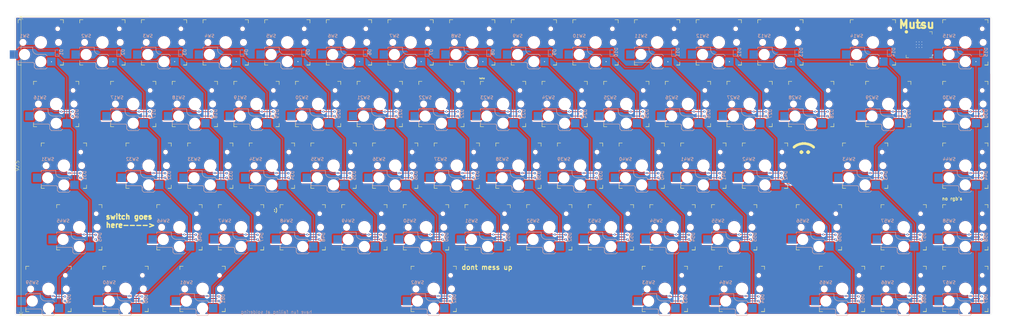
<source format=kicad_pcb>
(kicad_pcb (version 20241229) (generator "pcbnew") (generator_version "9.0")
  (layers (0 "F.Cu" signal) (2 "B.Cu" signal) (13 "F.Paste" user) (15 "B.Paste" user) (5 "F.SilkS" user "F.Silkscreen") (7 "B.SilkS" user "B.Silkscreen") (1 "F.Mask" user) (3 "B.Mask" user) (25 "Edge.Cuts" user))
  (net 0 "")
  (net 1 "Net-(D1-A)")
  (net 2 "row1")
  (net 3 "Net-(D2-A)")
  (net 4 "Net-(D3-A)")
  (net 5 "Net-(D4-A)")
  (net 6 "Net-(D5-A)")
  (net 7 "Net-(D6-A)")
  (net 8 "Net-(D7-A)")
  (net 9 "Net-(D8-A)")
  (net 10 "Net-(D9-A)")
  (net 11 "Net-(D10-A)")
  (net 12 "Net-(D11-A)")
  (net 13 "Net-(D12-A)")
  (net 14 "Net-(D13-A)")
  (net 15 "Net-(D14-A)")
  (net 16 "Net-(D15-A)")
  (net 17 "Net-(D16-A)")
  (net 18 "row2")
  (net 19 "Net-(D17-A)")
  (net 20 "Net-(D18-A)")
  (net 21 "Net-(D19-A)")
  (net 22 "Net-(D20-A)")
  (net 23 "Net-(D21-A)")
  (net 24 "Net-(D22-A)")
  (net 25 "Net-(D23-A)")
  (net 26 "Net-(D24-A)")
  (net 27 "Net-(D25-A)")
  (net 28 "Net-(D26-A)")
  (net 29 "Net-(D27-A)")
  (net 30 "Net-(D28-A)")
  (net 31 "Net-(D29-A)")
  (net 32 "Net-(D30-A)")
  (net 33 "Net-(D31-A)")
  (net 34 "row3")
  (net 35 "Net-(D32-A)")
  (net 36 "Net-(D33-A)")
  (net 37 "Net-(D34-A)")
  (net 38 "Net-(D35-A)")
  (net 39 "Net-(D36-A)")
  (net 40 "Net-(D37-A)")
  (net 41 "Net-(D38-A)")
  (net 42 "Net-(D39-A)")
  (net 43 "Net-(D40-A)")
  (net 44 "Net-(D41-A)")
  (net 45 "Net-(D42-A)")
  (net 46 "Net-(D43-A)")
  (net 47 "Net-(D44-A)")
  (net 48 "Net-(D45-A)")
  (net 49 "row4")
  (net 50 "Net-(D46-A)")
  (net 51 "Net-(D47-A)")
  (net 52 "Net-(D48-A)")
  (net 53 "Net-(D49-A)")
  (net 54 "Net-(D50-A)")
  (net 55 "Net-(D51-A)")
  (net 56 "Net-(D52-A)")
  (net 57 "Net-(D53-A)")
  (net 58 "Net-(D54-A)")
  (net 59 "Net-(D55-A)")
  (net 60 "Net-(D56-A)")
  (net 61 "Net-(D57-A)")
  (net 62 "Net-(D58-A)")
  (net 63 "Net-(D59-A)")
  (net 64 "row5")
  (net 65 "Net-(D60-A)")
  (net 66 "Net-(D61-A)")
  (net 67 "Net-(D62-A)")
  (net 68 "Net-(D63-A)")
  (net 69 "Net-(D64-A)")
  (net 70 "Net-(D65-A)")
  (net 71 "Net-(D66-A)")
  (net 72 "Net-(D67-A)")
  (net 73 "column2")
  (net 74 "column3")
  (net 75 "column4")
  (net 76 "column5")
  (net 77 "column6")
  (net 78 "column7")
  (net 79 "column8")
  (net 80 "column9")
  (net 81 "column10")
  (net 82 "column11")
  (net 83 "column12")
  (net 84 "column13")
  (net 85 "column14")
  (net 86 "column15")
  (net 87 "column1")
  (footprint "extra footprints:Kailh_socket_PG1350" (layer "F.Cu") (at 57.15 38.1)
    (property "Reference" "SW2")
    (property "Value" "SW_SPST")
  )
  (footprint "extra footprints:Kailh_socket_PG1350" (layer "F.Cu") (at 166.6875 76.2)
    (property "Reference" "SW37")
    (property "Value" "SW_SPST")
  )
  (footprint "extra footprints:Kailh_socket_PG1350" (layer "F.Cu") (at 304.8 114.3)
    (property "Reference" "SW66")
    (property "Value" "SW_SPST")
  )
  (footprint "extra footprints:Kailh_socket_PG1350" (layer "F.Cu") (at 80.9625 95.25)
    (property "Reference" "SW46")
    (property "Value" "SW_SPST")
  )
  (footprint "extra footprints:Kailh_socket_PG1350" (layer "F.Cu") (at 209.55 38.1)
    (property "Reference" "SW10")
    (property "Value" "SW_SPST")
  )
  (footprint "extra footprints:Kailh_socket_PG1350" (layer "F.Cu") (at 233.3625 95.25)
    (property "Reference" "SW54")
    (property "Value" "SW_SPST")
  )
  (footprint "extra footprints:Kailh_socket_PG1350" (layer "F.Cu") (at 185.7375 76.2)
    (property "Reference" "SW38")
    (property "Value" "SW_SPST")
  )
  (footprint "extra footprints:Kailh_socket_PG1350" (layer "F.Cu") (at 109.5375 76.2)
    (property "Reference" "SW34")
    (property "Value" "SW_SPST")
  )
  (footprint "extra footprints:Kailh_socket_PG1350" (layer "F.Cu") (at 219.075 57.15)
    (property "Reference" "SW25")
    (property "Value" "SW_SPST")
  )
  (footprint "extra footprints:Kailh_socket_PG1350" (layer "F.Cu") (at 161.925 57.15)
    (property "Reference" "SW22")
    (property "Value" "SW_SPST")
  )
  (footprint "extra footprints:Kailh_socket_PG1350" (layer "F.Cu") (at 85.725 57.15)
    (property "Reference" "SW18")
    (property "Value" "SW_SPST")
  )
  (footprint "extra footprints:Kailh_socket_PG1350" (layer "F.Cu") (at 323.85 38.1)
    (property "Reference" "SW15")
    (property "Value" "SW_SPST")
  )
  (footprint "extra footprints:Kailh_socket_PG1350" (layer "F.Cu") (at 66.675 57.15)
    (property "Reference" "SW17")
    (property "Value" "SW_SPST")
  )
  (footprint "extra footprints:Kailh_socket_PG1350" (layer "F.Cu") (at 95.25 38.1)
    (property "Reference" "SW4")
    (property "Value" "SW_SPST")
  )
  (footprint "extra footprints:Kailh_socket_PG1350" (layer "F.Cu") (at 257.175 57.15)
    (property "Reference" "SW27")
    (property "Value" "SW_SPST")
  )
  (footprint "extra footprints:Kailh_socket_PG1350" (layer "F.Cu") (at 100.0125 95.25)
    (property "Reference" "SW47")
    (property "Value" "SW_SPST")
  )
  (footprint "extra footprints:Kailh_socket_PG1350" (layer "F.Cu") (at 242.8875 76.2)
    (property "Reference" "SW41")
    (property "Value" "SW_SPST")
  )
  (footprint "extra footprints:Kailh_socket_PG1350" (layer "F.Cu") (at 76.2 38.1)
    (property "Reference" "SW3")
    (property "Value" "SW_SPST")
  )
  (footprint "extra footprints:Kailh_socket_PG1350" (layer "F.Cu") (at 64.29375 114.3)
    (property "Reference" "SW60")
    (property "Value" "SW_SPST")
  )
  (footprint "extra footprints:Kailh_socket_PG1350" (layer "F.Cu") (at 171.45 38.1)
    (property "Reference" "SW8")
    (property "Value" "SW_SPST")
  )
  (footprint "extra footprints:Kailh_socket_PG1350" (layer "F.Cu") (at 45.24375 76.2)
    (property "Reference" "SW31")
    (property "Value" "SW_SPST")
  )
  (footprint "extra footprints:RP2350A_QFN-60_EP_7.75x7.75_Pitch0.4mm" (layer "F.Cu") (at 309.5625 38.8)
    (property "Reference" "U1")
    (property "Value" "RP2350A-QFN60")
  )
  (footprint "extra footprints:Kailh_socket_PG1350" (layer "F.Cu") (at 230.98125 114.3)
    (property "Reference" "SW63")
    (property "Value" "SW_SPST")
  )
  (footprint "extra footprints:Kailh_socket_PG1350" (layer "F.Cu") (at 152.4 38.1)
    (property "Reference" "SW7")
    (property "Value" "SW_SPST")
  )
  (footprint "extra footprints:Kailh_socket_PG1350" (layer "F.Cu") (at 292.89375 76.2)
    (property "Reference" "SW43")
    (property "Value" "SW_SPST")
  )
  (footprint "extra footprints:Kailh_socket_PG1350" (layer "F.Cu") (at 261.9375 76.2)
    (property "Reference" "SW42")
    (property "Value" "SW_SPST")
  )
  (footprint "extra footprints:Kailh_socket_PG1350" (layer "F.Cu") (at 114.3 38.1)
    (property "Reference" "SW5")
    (property "Value" "SW_SPST")
  )
  (footprint "extra footprints:Kailh_socket_PG1350" (layer "F.Cu") (at 38.1 38.1)
    (property "Reference" "SW1")
    (property "Value" "SW_SPST")
  )
  (footprint "extra footprints:Kailh_socket_PG1350" (layer "F.Cu") (at 71.4375 76.2)
    (property "Reference" "SW32")
    (property "Value" "SW_SPST")
  )
  (footprint "extra footprints:Kailh_socket_PG1350" (layer "F.Cu") (at 266.7 38.1)
    (property "Reference" "SW13")
    (property "Value" "SW_SPST")
  )
  (footprint "extra footprints:Kailh_socket_PG1350" (layer "F.Cu") (at 204.7875 76.2)
    (property "Reference" "SW39")
    (property "Value" "SW_SPST")
  )
  (footprint "extra footprints:Kailh_socket_PG1350" (layer "F.Cu") (at 40.48125 114.3)
    (property "Reference" "SW59")
    (property "Value" "SW_SPST")
  )
  (footprint "extra footprints:Kailh_socket_PG1350" (layer "F.Cu") (at 190.5 38.1)
    (property "Reference" "SW9")
    (property "Value" "SW_SPST")
  )
  (footprint "extra footprints:Kailh_socket_PG1350" (layer "F.Cu") (at 123.825 57.15)
    (property "Reference" "SW20")
    (property "Value" "SW_SPST")
  )
  (footprint "extra footprints:Kailh_socket_PG1350" (layer "F.Cu") (at 323.85 76.2)
    (property "Reference" "SW44")
    (property "Value" "SW_SPST")
  )
  (footprint "extra footprints:Kailh_socket_PG1350" (layer "F.Cu") (at 159.54375 114.3)
    (property "Reference" "SW62")
    (property "Value" "SW_SPST")
  )
  (footprint "extra footprints:Kailh_socket_PG1350" (layer "F.Cu") (at 176.2125 95.25)
    (property "Reference" "SW51")
    (property "Value" "SW_SPST")
  )
  (footprint "extra footprints:Kailh_socket_PG1350" (layer "F.Cu") (at 228.6 38.1)
    (property "Reference" "SW11")
    (property "Value" "SW_SPST")
  )
  (footprint "extra footprints:Kailh_socket_PG1350" (layer "F.Cu") (at 295.275 38.1)
    (property "Reference" "SW14")
    (property "Value" "SW_SPST")
  )
  (footprint "extra footprints:Kailh_socket_PG1350" (layer "F.Cu") (at 238.125 57.15)
    (property "Reference" "SW26")
    (property "Value" "SW_SPST")
  )
  (footprint "extra footprints:Kailh_socket_PG1350" (layer "F.Cu") (at 104.775 57.15)
    (property "Reference" "SW19")
    (property "Value" "SW_SPST")
  )
  (footprint "extra footprints:Kailh_socket_PG1350" (layer "F.Cu") (at 323.85 57.15)
    (property "Reference" "SW30")
    (property "Value" "SW_SPST")
  )
  (footprint "extra footprints:Kailh_socket_PG1350" (layer "F.Cu") (at 157.1625 95.25)
    (property "Reference" "SW50")
    (property "Value" "SW_SPST")
  )
  (footprint "extra footprints:Kailh_socket_PG1350" (layer "F.Cu") (at 119.0625 95.25)
    (property "Reference" "SW48")
    (property "Value" "SW_SPST")
  )
  (footprint "extra footprints:Kailh_socket_PG1350" (layer "F.Cu") (at 223.8375 76.2)
    (property "Reference" "SW40")
    (property "Value" "SW_SPST")
  )
  (footprint "extra footprints:Kailh_socket_PG1350" (layer "F.Cu") (at 323.85 95.25)
    (property "Reference" "SW58")
    (property "Value" "SW_SPST")
  )
  (footprint "extra footprints:Kailh_socket_PG1350" (layer "F.Cu") (at 128.5875 76.2)
    (property "Reference" "SW35")
    (property "Value" "SW_SPST")
  )
  (footprint "extra footprints:Kailh_socket_PG1350" (layer "F.Cu") (at 285.75 114.3)
    (property "Reference" "SW65")
    (property "Value" "SW_SPST")
  )
  (footprint "extra footprints:Kailh_socket_PG1350" (layer "F.Cu") (at 88.10625 114.3)
    (property "Reference" "SW61")
    (property "Value" "SW_SPST")
  )
  (footprint "extra footprints:Kailh_socket_PG1350" (layer "F.Cu") (at 300.0375 57.15)
    (property "Reference" "SW29")
    (property "Value" "SW_SPST")
  )
  (footprint "extra footprints:Kailh_socket_PG1350" (layer "F.Cu") (at 142.875 57.15)
    (property "Reference" "SW21")
    (property "Value" "SW_SPST")
  )
  (footprint "extra footprints:Kailh_socket_PG1350" (layer "F.Cu") (at 195.2625 95.25)
    (property "Reference" "SW52")
    (property "Value" "SW_SPST")
  )
  (footprint "extra footprints:Kailh_socket_PG1350" (layer "F.Cu") (at 180.975 57.15)
    (property "Reference" "SW23")
    (property "Value" "SW_SPST")
  )
  (footprint "extra footprints:Kailh_socket_PG1350" (layer "F.Cu") (at 304.8 95.25)
    (property "Reference" "SW57")
    (property "Value" "SW_SPST")
  )
  (footprint "extra footprints:Kailh_socket_PG1350" (layer "F.Cu") (at 323.85 114.3)
    (property "Reference" "SW67")
    (property "Value" "SW_SPST")
  )
  (footprint "extra footprints:Kailh_socket_PG1350" (layer "F.Cu") (at 252.4125 95.25)
    (property "Reference" "SW55")
    (property "Value" "SW_SPST")
  )
  (footprint "extra footprints:Kailh_socket_PG1350" (layer "F.Cu") (at 278.60625 95.25)
    (property "Reference" "SW56")
    (property "Value" "SW_SPST")
  )
  (footprint "extra footprints:Kailh_socket_PG1350" (layer "F.Cu") (at 254.79375 114.3)
    (property "Reference" "SW64")
    (property "Value" "SW_SPST")
  )
  (footprint "extra footprints:Kailh_socket_PG1350" (layer "F.Cu") (at 200.025 57.15)
    (property "Reference" "SW24")
    (property "Value" "SW_SPST")
  )
  (footprint "extra footprints:Kailh_socket_PG1350" (layer "F.Cu") (at 147.6375 76.2)
    (property "Reference" "SW36")
    (property "Value" "SW_SPST")
  )
  (footprint "extra footprints:Kailh_socket_PG1350" (layer "F.Cu") (at 276.225 57.15)
    (property "Reference" "SW28")
    (property "Value" "SW_SPST")
  )
  (footprint "extra footprints:Kailh_socket_PG1350" (layer "F.Cu") (at 50.00625 95.25)
    (property "Reference" "SW45")
    (property "Value" "SW_SPST")
  )
  (footprint "extra footprints:Kailh_socket_PG1350" (layer "F.Cu") (at 214.3125 95.25)
    (property "Reference" "SW53")
    (property "Value" "SW_SPST")
  )
  (footprint "extra footprints:Kailh_socket_PG1350" (layer "F.Cu") (at 133.35 38.1)
    (property "Reference" "SW6")
    (property "Value" "SW_SPST")
  )
  (footprint "extra footprints:Kailh_socket_PG1350" (layer "F.Cu") (at 42.8625 57.15)
    (property "Reference" "SW16")
    (property "Value" "SW_SPST")
  )
  (footprint "extra footprints:Kailh_socket_PG1350" (layer "F.Cu") (at 90.4875 76.2)
    (property "Reference" "SW33")
    (property "Value" "SW_SPST")
  )
  (footprint "extra footprints:Kailh_socket_PG1350" (layer "F.Cu") (at 138.1125 95.25)
    (property "Reference" "SW49")
    (property "Value" "SW_SPST")
  )
  (footprint "extra footprints:Kailh_socket_PG1350" (layer "F.Cu") (at 247.65 38.1)
    (property "Reference" "SW12")
    (property "Value" "SW_SPST")
  )
  (footprint "Diode_SMD:D_SOD-523" (layer "B.Cu") (at 252.73 41.13 90)
    (property "Reference" "D12")
    (property "Value" "1N4148WT")
  )
  (footprint "Diode_SMD:D_SOD-523" (layer "B.Cu") (at 209.8675 79.23 90)
    (property "Reference" "D39")
    (property "Value" "1N4148WT")
  )
  (footprint "Diode_SMD:D_SOD-523" (layer "B.Cu") (at 45.56125 117.33 90)
    (property "Reference" "D59")
    (property "Value" "1N4148WT")
  )
  (footprint "Diode_SMD:D_SOD-523" (layer "B.Cu") (at 81.28 41.13 90)
    (property "Reference" "D3")
    (property "Value" "1N4148WT")
  )
  (footprint "Diode_SMD:D_SOD-523" (layer "B.Cu") (at 50.32375 79.23 90)
    (property "Reference" "D31")
    (property "Value" "1N4148WT")
  )
  (footprint "Diode_SMD:D_SOD-523" (layer "B.Cu") (at 128.905 60.18 90)
    (property "Reference" "D20")
    (property "Value" "1N4148WT")
  )
  (footprint "Diode_SMD:D_SOD-523" (layer "B.Cu") (at 133.6675 79.23 90)
    (property "Reference" "D35")
    (property "Value" "1N4148WT")
  )
  (footprint "Diode_SMD:D_SOD-523" (layer "B.Cu") (at 152.7175 79.23 90)
    (property "Reference" "D36")
    (property "Value" "1N4148WT")
  )
  (footprint "Diode_SMD:D_SOD-523" (layer "B.Cu") (at 236.06125 117.33 90)
    (property "Reference" "D63")
    (property "Value" "1N4148WT")
  )
  (footprint "Diode_SMD:D_SOD-523" (layer "B.Cu") (at 71.755 60.18 90)
    (property "Reference" "D17")
    (property "Value" "1N4148WT")
  )
  (footprint "Diode_SMD:D_SOD-523" (layer "B.Cu") (at 100.33 41.13 90)
    (property "Reference" "D4")
    (property "Value" "1N4148WT")
  )
  (footprint "Diode_SMD:D_SOD-523" (layer "B.Cu") (at 290.83 117.33 90)
    (property "Reference" "D65")
    (property "Value" "1N4148WT")
  )
  (footprint "Diode_SMD:D_SOD-523" (layer "B.Cu") (at 93.18625 117.33 90)
    (property "Reference" "D61")
    (property "Value" "1N4148WT")
  )
  (footprint "Diode_SMD:D_SOD-523" (layer "B.Cu") (at 233.68 41.13 90)
    (property "Reference" "D11")
    (property "Value" "1N4148WT")
  )
  (footprint "Diode_SMD:D_SOD-523" (layer "B.Cu") (at 219.3925 98.28 90)
    (property "Reference" "D53")
    (property "Value" "1N4148WT")
  )
  (footprint "Diode_SMD:D_SOD-523" (layer "B.Cu") (at 176.53 41.13 90)
    (property "Reference" "D8")
    (property "Value" "1N4148WT")
  )
  (footprint "Diode_SMD:D_SOD-523" (layer "B.Cu") (at 305.1175 60.18 90)
    (property "Reference" "D29")
    (property "Value" "1N4148WT")
  )
  (footprint "Diode_SMD:D_SOD-523" (layer "B.Cu") (at 328.93 117.33 90)
    (property "Reference" "D67")
    (property "Value" "1N4148WT")
  )
  (footprint "Diode_SMD:D_SOD-523" (layer "B.Cu") (at 76.5175 79.23 90)
    (property "Reference" "D32")
    (property "Value" "1N4148WT")
  )
  (footprint "Diode_SMD:D_SOD-523" (layer "B.Cu") (at 259.87375 117.33 90)
    (property "Reference" "D64")
    (property "Value" "1N4148WT")
  )
  (footprint "Diode_SMD:D_SOD-523" (layer "B.Cu") (at 164.62375 117.33 90)
    (property "Reference" "D62")
    (property "Value" "1N4148WT")
  )
  (footprint "Diode_SMD:D_SOD-523" (layer "B.Cu") (at 167.005 60.18 90)
    (property "Reference" "D22")
    (property "Value" "1N4148WT")
  )
  (footprint "Diode_SMD:D_SOD-523" (layer "B.Cu") (at 309.88 98.28 90)
    (property "Reference" "D57")
    (property "Value" "1N4148WT")
  )
  (footprint "Diode_SMD:D_SOD-523" (layer "B.Cu") (at 69.37375 117.33 90)
    (property "Reference" "D60")
    (property "Value" "1N4148WT")
  )
  (footprint "Diode_SMD:D_SOD-523" (layer "B.Cu") (at 267.0175 79.23 90)
    (property "Reference" "D42")
    (property "Value" "1N4148WT")
  )
  (footprint "Diode_SMD:D_SOD-523" (layer "B.Cu") (at 109.855 60.18 90)
    (property "Reference" "D19")
    (property "Value" "1N4148WT")
  )
  (footprint "Diode_SMD:D_SOD-523" (layer "B.Cu") (at 271.78 41.13 90)
    (property "Reference" "D13")
    (property "Value" "1N4148WT")
  )
  (footprint "Diode_SMD:D_SOD-523" (layer "B.Cu") (at 328.93 79.23 90)
    (property "Reference" "D44")
    (property "Value" "1N4148WT")
  )
  (footprint "Diode_SMD:D_SOD-523" (layer "B.Cu") (at 105.0925 98.28 90)
    (property "Reference" "D47")
    (property "Value" "1N4148WT")
  )
  (footprint "Diode_SMD:D_SOD-523" (layer "B.Cu") (at 47.9425 60.18 90)
    (property "Reference" "D16")
    (property "Value" "1N4148WT")
  )
  (footprint "Diode_SMD:D_SOD-523" (layer "B.Cu") (at 95.5675 79.23 90)
    (property "Reference" "D33")
    (property "Value" "1N4148WT")
  )
  (footprint "Diode_SMD:D_SOD-523" (layer "B.Cu") (at 328.93 41.13 90)
    (property "Reference" "D15")
    (property "Value" "1N4148WT")
  )
  (footprint "Diode_SMD:D_SOD-523" (layer "B.Cu") (at 224.155 60.18 90)
    (property "Reference" "D25")
    (property "Value" "1N4148WT")
  )
  (footprint "Diode_SMD:D_SOD-523" (layer "B.Cu") (at 138.43 41.13 90)
    (property "Reference" "D6")
    (property "Value" "1N4148WT")
  )
  (footprint "Diode_SMD:D_SOD-523" (layer "B.Cu") (at 186.055 60.18 90)
    (property "Reference" "D23")
    (property "Value" "1N4148WT")
  )
  (footprint "Diode_SMD:D_SOD-523" (layer "B.Cu") (at 205.105 60.18 90)
    (property "Reference" "D24")
    (property "Value" "1N4148WT")
  )
  (footprint "Diode_SMD:D_SOD-523" (layer "B.Cu") (at 195.58 41.13 90)
    (property "Reference" "D9")
    (property "Value" "1N4148WT")
  )
  (footprint "Diode_SMD:D_SOD-523" (layer "B.Cu") (at 281.305 60.18 90)
    (property "Reference" "D28")
    (property "Value" "1N4148WT")
  )
  (footprint "Diode_SMD:D_SOD-523" (layer "B.Cu") (at 257.4925 98.28 90)
    (property "Reference" "D55")
    (property "Value" "1N4148WT")
  )
  (footprint "Diode_SMD:D_SOD-523" (layer "B.Cu") (at 328.93 60.18 90)
    (property "Reference" "D30")
    (property "Value" "1N4148WT")
  )
  (footprint "Diode_SMD:D_SOD-523" (layer "B.Cu") (at 247.9675 79.23 90)
    (property "Reference" "D41")
    (property "Value" "1N4148WT")
  )
  (footprint "Diode_SMD:D_SOD-523" (layer "B.Cu") (at 119.38 41.13 90)
    (property "Reference" "D5")
    (property "Value" "1N4148WT")
  )
  (footprint "Diode_SMD:D_SOD-523" (layer "B.Cu") (at 147.955 60.18 90)
    (property "Reference" "D21")
    (property "Value" "1N4148WT")
  )
  (footprint "Diode_SMD:D_SOD-523" (layer "B.Cu") (at 62.23 41.13 90)
    (property "Reference" "D2")
    (property "Value" "1N4148WT")
  )
  (footprint "Diode_SMD:D_SOD-523" (layer "B.Cu") (at 124.1425 98.28 90)
    (property "Reference" "D48")
    (property "Value" "1N4148WT")
  )
  (footprint "Diode_SMD:D_SOD-523" (layer "B.Cu") (at 86.0425 98.28 90)
    (property "Reference" "D46")
    (property "Value" "1N4148WT")
  )
  (footprint "Diode_SMD:D_SOD-523" (layer "B.Cu") (at 114.6175 79.23 90)
    (property "Reference" "D34")
    (property "Value" "1N4148WT")
  )
  (footprint "Diode_SMD:D_SOD-523" (layer "B.Cu") (at 300.355 41.13 90)
    (property "Reference" "D14")
    (property "Value" "1N4148WT")
  )
  (footprint "Diode_SMD:D_SOD-523" (layer "B.Cu") (at 262.255 60.18 90)
    (property "Reference" "D27")
    (property "Value" "1N4148WT")
  )
  (footprint "Diode_SMD:D_SOD-523" (layer "B.Cu") (at 90.805 60.18 90)
    (property "Reference" "D18")
    (property "Value" "1N4148WT")
  )
  (footprint "Diode_SMD:D_SOD-523" (layer "B.Cu") (at 214.63 41.13 90)
    (property "Reference" "D10")
    (property "Value" "1N4148WT")
  )
  (footprint "Diode_SMD:D_SOD-523" (layer "B.Cu") (at 55.08625 98.28 90)
    (property "Reference" "D45")
    (property "Value" "1N4148WT")
  )
  (footprint "Diode_SMD:D_SOD-523" (layer "B.Cu") (at 309.88 117.33 90)
    (property "Reference" "D66")
    (property "Value" "1N4148WT")
  )
  (footprint "Diode_SMD:D_SOD-523" (layer "B.Cu") (at 238.4425 98.28 90)
    (property "Reference" "D54")
    (property "Value" "1N4148WT")
  )
  (footprint "Diode_SMD:D_SOD-523" (layer "B.Cu") (at 143.1925 98.28 90)
    (property "Reference" "D49")
    (property "Value" "1N4148WT")
  )
  (footprint "Diode_SMD:D_SOD-523" (layer "B.Cu") (at 200.3425 98.28 90)
    (property "Reference" "D52")
    (property "Value" "1N4148WT")
  )
  (footprint "Diode_SMD:D_SOD-523" (layer "B.Cu") (at 162.2425 98.28 90)
    (property "Reference" "D50")
    (property "Value" "1N4148WT")
  )
  (footprint "Diode_SMD:D_SOD-523" (layer "B.Cu") (at 171.7675 79.23 90)
    (property "Reference" "D37")
    (property "Value" "1N4148WT")
  )
  (footprint "Diode_SMD:D_SOD-523" (layer "B.Cu") (at 157.48 41.13 90)
    (property "Reference" "D7")
    (property "Value" "1N4148WT")
  )
  (footprint "Diode_SMD:D_SOD-523" (layer "B.Cu") (at 243.205 60.18 90)
    (property "Reference" "D26")
    (property "Value" "1N4148WT")
  )
  (footprint "Diode_SMD:D_SOD-523" (layer "B.Cu") (at 228.9175 79.23 90)
    (property "Reference" "D40")
    (property "Value" "1N4148WT")
  )
  (footprint "Diode_SMD:D_SOD-523" (layer "B.Cu") (at 190.8175 79.23 90)
    (property "Reference" "D38")
    (property "Value" "1N4148WT")
  )
  (footprint "Diode_SMD:D_SOD-523" (layer "B.Cu") (at 328.93 98.28 90)
    (property "Reference" "D58")
    (property "Value" "1N4148WT")
  )
  (footprint "Diode_SMD:D_SOD-523" (layer "B.Cu") (at 181.2925 98.28 90)
    (property "Reference" "D51")
    (property "Value" "1N4148WT")
  )
  (footprint "Diode_SMD:D_SOD-523" (layer "B.Cu") (at 297.97375 79.23 90)
    (property "Reference" "D43")
    (property "Value" "1N4148WT")
  )
  (footprint "Diode_SMD:D_SOD-523" (layer "B.Cu") (at 283.68625 98.28 90)
    (property "Reference" "D56")
    (property "Value" "1N4148WT")
  )
  (footprint "Diode_SMD:D_SOD-523" (layer "B.Cu") (at 43.18 41.13 90)
    (property "Reference" "D1")
    (property "Value" "1N4148wt")
  )
  (gr_line (start 31 30) (end 331 30) (stroke (width 0.05)) (layer "Edge.Cuts"))
  (gr_line (start 30 121.5) (end 30 31) (stroke (width 0.05)) (layer "Edge.Cuts"))
  (gr_arc (start 332 121.5) (mid 331.707107 122.207107) (end 331 122.5) (stroke (width 0.05)) (layer "Edge.Cuts"))
  (gr_arc (start 31 122.5) (mid 30.292893 122.207107) (end 30 121.5) (stroke (width 0.05)) (layer "Edge.Cuts"))
  (gr_line (start 332 31) (end 332 121.5) (stroke (width 0.05)) (layer "Edge.Cuts"))
  (gr_arc (start 30 31) (mid 30.292893 30.292893) (end 31 30) (stroke (width 0.05)) (layer "Edge.Cuts"))
  (gr_arc (start 331 30) (mid 331.707107 30.292893) (end 332 31) (stroke (width 0.05)) (layer "Edge.Cuts"))
  (gr_line (start 331 122.5) (end 31 122.5) (stroke (width 0.05)) (layer "Edge.Cuts"))
  (gr_text "Mutsu" (at 303 34 0) (layer "F.SilkS") (effects (font (size 2.5 2.5) (thickness 0.6) (bold yes)) (justify left bottom)))
  (gr_text "dont mess up" (at 168 108.5 0) (layer "F.SilkS") (effects (font (size 1.5 1.5) (thickness 0.3) (bold yes)) (justify left bottom)))
  (gr_text ":)" (at 276 73.5 90) (layer "F.SilkS") (effects (font (size 4 4) (thickness 0.8) (bold yes)) (justify left bottom)))
  (gr_text ":)" (at 110 90.5 0) (layer "F.SilkS") (effects (font (size 1 1) (thickness 0.2) (bold yes)) (justify left bottom)))
  (gr_text "no rgb's" (at 316.5 87 0) (layer "F.SilkS") (effects (font (size 1 1) (thickness 0.2) (bold yes)) (justify left bottom)))
  (gr_text "hehe" (at 173.5 49.5 0) (layer "F.SilkS") (effects (font (size 0.5 0.5) (thickness 0.125) (bold yes)) (justify left bottom)))
  (gr_text "switch goes\nhere---->" (at 58 95.5 0) (layer "F.SilkS") (effects (font (size 1.6 1.6) (thickness 0.4) (bold yes)) (justify left bottom)))
  (gr_text "have fun failing at soldering" (at 122 122 0) (layer "B.SilkS") (effects (font (size 1 1) (thickness 0.1)) (justify left bottom mirror)))
  (dimension (type orthogonal) (layer "F.SilkS") (pts (xy 69.5 122.5) (xy 72 30)) (height -37.5) (orientation 1) (format (prefix "") (suffix "") (units 3) (units_format 0) (precision 4) (suppress_zeroes yes)) (style (thickness 0.1) (arrow_length 1.27) (text_position_mode 0) (arrow_direction outward) (extension_height 0.58642) (extension_offset 0.5) (keep_text_aligned yes)) (gr_text "92.5" (at 30.9 76.25 90) (layer "F.SilkS") (effects (font (size 1 1) (thickness 0.1)))))
  (segment (start 36.578942 39.5) (end 37.508942 40.43) (width 0.2) (layer "B.Cu") (net 1))
  (segment (start 32.175 39.5) (end 36.578942 39.5) (width 0.2) (layer "B.Cu") (net 1))
  (segment (start 29.825 41.85) (end 32.175 39.5) (width 0.2) (layer "B.Cu") (net 1))
  (segment (start 37.508942 40.43) (end 43.18 40.43) (width 0.2) (layer "B.Cu") (net 1))
  (segment (start 313.4 42) (end 313 41.6) (width 0.2) (layer "F.Cu") (net 2))
  (segment (start 313.774998 42) (end 313.4 42) (width 0.2) (layer "F.Cu") (net 2))
  (via (at 313.774998 42) (size 0.6) (drill 0.3) (layers "F.Cu" "B.Cu") (net 2))
  (segment (start 266.302291 41.83) (end 271.78 41.83) (width 0.2) (layer "B.Cu") (net 2))
  (segment (start 264.431291 43.701) (end 266.302291 41.83) (width 0.2) (layer "B.Cu") (net 2))
  (segment (start 254.601 43.701) (end 264.431291 43.701) (width 0.2) (layer "B.Cu") (net 2))
  (segment (start 235.551 43.701) (end 245.381291 43.701) (width 0.2) (layer "B.Cu") (net 2))
  (segment (start 92.981291 43.701) (end 94.852291 41.83) (width 0.2) (layer "B.Cu") (net 2))
  (segment (start 321.581291 43.701) (end 323.452291 41.83) (width 0.2) (layer "B.Cu") (net 2))
  (segment (start 64.101 43.701) (end 73.931291 43.701) (width 0.2) (layer "B.Cu") (net 2))
  (segment (start 159.351 43.701) (end 168.299 43.701) (width 0.2) (layer "B.Cu") (net 2))
  (segment (start 45.051 43.701) (end 54.881291 43.701) (width 0.2) (layer "B.Cu") (net 2))
  (segment (start 313.774998 43.475998) (end 313.774998 42) (width 0.2) (layer "B.Cu") (net 2))
  (segment (start 197.451 43.701) (end 207.281291 43.701) (width 0.2) (layer "B.Cu") (net 2))
  (segment (start 178.401 43.701) (end 186.872842 43.701) (width 0.2) (layer "B.Cu") (net 2))
  (segment (start 94.852291 41.83) (end 100.33 41.83) (width 0.2) (layer "B.Cu") (net 2))
  (segment (start 294.877291 41.83) (end 300.355 41.83) (width 0.2) (layer "B.Cu") (net 2))
  (segment (start 119.38 41.83) (end 121.251 43.701) (width 0.2) (layer "B.Cu") (net 2))
  (segment (start 224.131291 45.901) (end 228.202291 41.83) (width 0.2) (layer "B.Cu") (net 2))
  (segment (start 157.48 41.83) (end 159.351 43.701) (width 0.2) (layer "B.Cu") (net 2))
  (segment (start 43.18 41.83) (end 45.051 43.701) (width 0.2) (layer "B.Cu") (net 2))
  (segment (start 176.53 41.83) (end 178.401 43.701) (width 0.2) (layer "B.Cu") (net 2))
  (segment (start 209.152291 41.83) (end 214.63 41.83) (width 0.2) (layer "B.Cu") (net 2))
  (segment (start 214.63 41.83) (end 218.701 45.901) (width 0.2) (layer "B.Cu") (net 2))
  (segment (start 168.299 43.701) (end 170.17 41.83) (width 0.2) (layer "B.Cu") (net 2))
  (segment (start 121.251 43.701) (end 131.081291 43.701) (width 0.2) (layer "B.Cu") (net 2))
  (segment (start 195.58 41.83) (end 197.451 43.701) (width 0.2) (layer "B.Cu") (net 2))
  (segment (start 148.799 43.701) (end 150.67 41.83) (width 0.2) (layer "B.Cu") (net 2))
  (segment (start 111.937709 41.83) (end 119.38 41.83) (width 0.2) (layer "B.Cu") (net 2))
  (segment (start 247.252291 41.83) (end 252.73 41.83) (width 0.2) (layer "B.Cu") (net 2))
  (segment (start 83.151 43.701) (end 92.981291 43.701) (width 0.2) (layer "B.Cu") (net 2))
  (segment (start 62.23 41.83) (end 64.101 43.701) (width 0.2) (layer "B.Cu") (net 2))
  (segment (start 314 43.701) (end 321.581291 43.701) (width 0.2) (layer "B.Cu") (net 2))
  (segment (start 218.701 45.901) (end 224.131291 45.901) (width 0.2) (layer "B.Cu") (net 2))
  (segment (start 131.081291 43.701) (end 132.952291 41.83) (width 0.2) (layer "B.Cu") (net 2))
  (segment (start 271.78 41.83) (end 273.651 43.701) (width 0.2) (layer "B.Cu") (net 2))
  (segment (start 186.872842 43.701) (end 188.743842 41.83) (width 0.2) (layer "B.Cu") (net 2))
  (segment (start 102.201 43.701) (end 110.066709 43.701) (width 0.2) (layer "B.Cu") (net 2))
  (segment (start 207.281291 43.701) (end 209.152291 41.83) (width 0.2) (layer "B.Cu") (net 2))
  (segment (start 75.802291 41.83) (end 81.28 41.83) (width 0.2) (layer "B.Cu") (net 2))
  (segment (start 56.752291 41.83) (end 62.23 41.83) (width 0.2) (layer "B.Cu") (net 2))
  (segment (start 100.33 41.83) (end 102.201 43.701) (width 0.2) (layer "B.Cu") (net 2))
  (segment (start 252.73 41.83) (end 254.601 43.701) (width 0.2) (layer "B.Cu") (net 2))
  (segment (start 150.67 41.83) (end 157.48 41.83) (width 0.2) (layer "B.Cu") (net 2))
  (segment (start 245.381291 43.701) (end 247.252291 41.83) (width 0.2) (layer "B.Cu") (net 2))
  (segment (start 302.226 43.701) (end 314 43.701) (width 0.2) (layer "B.Cu") (net 2))
  (segment (start 138.43 41.83) (end 140.301 43.701) (width 0.2) (layer "B.Cu") (net 2))
  (segment (start 73.931291 43.701) (end 75.802291 41.83) (width 0.2) (layer "B.Cu") (net 2))
  (segment (start 233.68 41.83) (end 235.551 43.701) (width 0.2) (layer "B.Cu") (net 2))
  (segment (start 323.452291 41.83) (end 328.93 41.83) (width 0.2) (layer "B.Cu") (net 2))
  (segment (start 110.066709 43.701) (end 111.937709 41.83) (width 0.2) (layer "B.Cu") (net 2))
  (segment (start 293.006291 43.701) (end 294.877291 41.83) (width 0.2) (layer "B.Cu") (net 2))
  (segment (start 54.881291 43.701) (end 56.752291 41.83) (width 0.2) (layer "B.Cu") (net 2))
  (segment (start 188.743842 41.83) (end 195.58 41.83) (width 0.2) (layer "B.Cu") (net 2))
  (segment (start 228.202291 41.83) (end 233.68 41.83) (width 0.2) (layer "B.Cu") (net 2))
  (segment (start 132.952291 41.83) (end 138.43 41.83) (width 0.2) (layer "B.Cu") (net 2))
  (segment (start 300.355 41.83) (end 302.226 43.701) (width 0.2) (layer "B.Cu") (net 2))
  (segment (start 81.28 41.83) (end 83.151 43.701) (width 0.2) (layer "B.Cu") (net 2))
  (segment (start 273.651 43.701) (end 293.006291 43.701) (width 0.2) (layer "B.Cu") (net 2))
  (segment (start 170.17 41.83) (end 176.53 41.83) (width 0.2) (layer "B.Cu") (net 2))
  (segment (start 140.301 43.701) (end 148.799 43.701) (width 0.2) (layer "B.Cu") (net 2))
  (segment (start 314 43.701) (end 313.774998 43.475998) (width 0.2) (layer "B.Cu") (net 2))
  (segment (start 50.725 40) (end 56.128942 40) (width 0.2) (layer "B.Cu") (net 3))
  (segment (start 48.875 41.85) (end 50.725 40) (width 0.2) (layer "B.Cu") (net 3))
  (segment (start 56.128942 40) (end 56.558942 40.43) (width 0.2) (layer "B.Cu") (net 3))
  (segment (start 56.558942 40.43) (end 62.23 40.43) (width 0.2) (layer "B.Cu") (net 3))
  (segment (start 67.925 41.85) (end 69.775 40) (width 0.2) (layer "B.Cu") (net 4))
  (segment (start 75.178942 40) (end 75.608942 40.43) (width 0.2) (layer "B.Cu") (net 4))
  (segment (start 69.775 40) (end 75.178942 40) (width 0.2) (layer "B.Cu") (net 4))
  (segment (start 75.608942 40.43) (end 81.28 40.43) (width 0.2) (layer "B.Cu") (net 4))
  (segment (start 94.658942 40.43) (end 100.33 40.43) (width 0.2) (layer "B.Cu") (net 5))
  (segment (start 86.975 41.85) (end 89.325 39.5) (width 0.2) (layer "B.Cu") (net 5))
  (segment (start 89.325 39.5) (end 93.728942 39.5) (width 0.2) (layer "B.Cu") (net 5))
  (segment (start 93.728942 39.5) (end 94.658942 40.43) (width 0.2) (layer "B.Cu") (net 5))
  (segment (start 107.876 39.999) (end 111.999 39.999) (width 0.2) (layer "B.Cu") (net 6))
  (segment (start 106.025 41.85) (end 107.876 39.999) (width 0.2) (layer "B.Cu") (net 6))
  (segment (start 111.999 39.999) (end 112.43 40.43) (width 0.2) (layer "B.Cu") (net 6))
  (segment (start 112.43 40.43) (end 119.38 40.43) (width 0.2) (layer "B.Cu") (net 6))
  (segment (start 125.075 41.85) (end 126.925 40) (width 0.2) (layer "B.Cu") (net 7))
  (segment (start 132.328942 40) (end 132.758942 40.43) (width 0.2) (layer "B.Cu") (net 7))
  (segment (start 132.758942 40.43) (end 138.43 40.43) (width 0.2) (layer "B.Cu") (net 7))
  (segment (start 126.925 40) (end 132.328942 40) (width 0.2) (layer "B.Cu") (net 7))
  (segment (start 144.125 41.85) (end 145.976 39.999) (width 0.2) (layer "B.Cu") (net 8))
  (segment (start 151.808942 40.43) (end 157.48 40.43) (width 0.2) (layer "B.Cu") (net 8))
  (segment (start 145.976 39.999) (end 151.377942 39.999) (width 0.2) (layer "B.Cu") (net 8))
  (segment (start 151.377942 39.999) (end 151.808942 40.43) (width 0.2) (layer "B.Cu") (net 8))
  (segment (start 170.427942 39.999) (end 170.858942 40.43) (width 0.2) (layer "B.Cu") (net 9))
  (segment (start 165.026 39.999) (end 170.427942 39.999) (width 0.2) (layer "B.Cu") (net 9))
  (segment (start 170.858942 40.43) (end 176.53 40.43) (width 0.2) (layer "B.Cu") (net 9))
  (segment (start 163.175 41.85) (end 165.026 39.999) (width 0.2) (layer "B.Cu") (net 9))
  (segment (start 189.908942 40.43) (end 195.58 40.43) (width 0.2) (layer "B.Cu") (net 10))
  (segment (start 184.076 39.999) (end 189.477942 39.999) (width 0.2) (layer "B.Cu") (net 10))
  (segment (start 189.477942 39.999) (end 189.908942 40.43) (width 0.2) (layer "B.Cu") (net 10))
  (segment (start 182.225 41.85) (end 184.076 39.999) (width 0.2) (layer "B.Cu") (net 10))
  (segment (start 208.958942 40.43) (end 214.63 40.43) (width 0.2) (layer "B.Cu") (net 11))
  (segment (start 201.275 41.85) (end 203.126 39.999) (width 0.2) (layer "B.Cu") (net 11))
  (segment (start 208.527942 39.999) (end 208.958942 40.43) (width 0.2) (layer "B.Cu") (net 11))
  (segment (start 203.126 39.999) (end 208.527942 39.999) (width 0.2) (layer "B.Cu") (net 11))
  (segment (start 222.176 39.999) (end 227.577942 39.999) (width 0.2) (layer "B.Cu") (net 12))
  (segment (start 228.008942 40.43) (end 233.68 40.43) (width 0.2) (layer "B.Cu") (net 12))
  (segment (start 227.577942 39.999) (end 228.008942 40.43) (width 0.2) (layer "B.Cu") (net 12))
  (segment (start 220.325 41.85) (end 222.176 39.999) (width 0.2) (layer "B.Cu") (net 12))
  (segment (start 246.628942 40) (end 247.058942 40.43) (width 0.2) (layer "B.Cu") (net 13))
  (segment (start 241.225 40) (end 246.628942 40) (width 0.2) (layer "B.Cu") (net 13))
  (segment (start 239.375 41.85) (end 241.225 40) (width 0.2) (layer "B.Cu") (net 13))
  (segment (start 247.058942 40.43) (end 252.73 40.43) (width 0.2) (layer "B.Cu") (net 13))
  (segment (start 264.999 39.999) (end 265.43 40.43) (width 0.2) (layer "B.Cu") (net 14))
  (segment (start 260.276 39.999) (end 264.999 39.999) (width 0.2) (layer "B.Cu") (net 14))
  (segment (start 265.43 40.43) (end 271.78 40.43) (width 0.2) (layer "B.Cu") (net 14))
  (segment (start 258.425 41.85) (end 260.276 39.999) (width 0.2) (layer "B.Cu") (net 14))
  (segment (start 287 41.85) (end 288.851 39.999) (width 0.2) (layer "B.Cu") (net 15))
  (segment (start 294.252942 39.999) (end 294.683942 40.43) (width 0.2) (layer "B.Cu") (net 15))
  (segment (start 288.851 39.999) (end 294.252942 39.999) (width 0.2) (layer "B.Cu") (net 15))
  (segment (start 294.683942 40.43) (end 300.355 40.43) (width 0.2) (layer "B.Cu") (net 15))
  (segment (start 317.425 40) (end 322.828942 40) (width 0.2) (layer "B.Cu") (net 16))
  (segment (start 323.258942 40.43) (end 328.93 40.43) (width 0.2) (layer "B.Cu") (net 16))
  (segment (start 315.575 41.85) (end 317.425 40) (width 0.2) (layer "B.Cu") (net 16))
  (segment (start 322.828942 40) (end 323.258942 40.43) (width 0.2) (layer "B.Cu") (net 16))
  (segment (start 44.5 59.5) (end 47.9225 59.5) (width 0.2) (layer "F.Cu") (net 17))
  (segment (start 47.9225 59.5) (end 47.9425 59.48) (width 0.2) (layer "F.Cu") (net 17))
  (via (at 47.9425 59.48) (size 0.6) (drill 0.3) (layers "F.Cu" "B.Cu") (net 17))
  (via (at 44.5 59.5) (size 0.6) (drill 0.3) (layers "F.Cu" "B.Cu") (net 17))
  (segment (start 41.791442 59) (end 42.291442 59.5) (width 0.2) (layer "B.Cu") (net 17))
  (segment (start 42.291442 59.5) (end 44.5 59.5) (width 0.2) (layer "B.Cu") (net 17))
  (segment (start 34.5875 60.9) (end 36.4875 59) (width 0.2) (layer "B.Cu") (net 17))
  (segment (start 36.4875 59) (end 41.791442 59) (width 0.2) (layer "B.Cu") (net 17))
  (segment (start 224.155 60.88) (end 226.026 62.751) (width 0.2) (layer "F.Cu") (net 18))
  (segment (start 256.777291 60.88) (end 262.255 60.88) (width 0.2) (layer "F.Cu") (net 18))
  (segment (start 306.9885 62.751) (end 321.581291 62.751) (width 0.2) (layer "F.Cu") (net 18))
  (segment (start 90.805 60.88) (end 92.676 62.751) (width 0.2) (layer "F.Cu") (net 18))
  (segment (start 159.656291 62.751) (end 161.527291 60.88) (width 0.2) (layer "F.Cu") (net 18))
  (segment (start 275.62 60.88) (end 281.305 60.88) (width 0.2) (layer "F.Cu") (net 18))
  (segment (start 187.926 62.751) (end 197.756291 62.751) (width 0.2) (layer "F.Cu") (net 18))
  (segment (start 199.627291 60.88) (end 205.105 60.88) (width 0.2) (layer "F.Cu") (net 18))
  (segment (start 328.1481 57.848157) (end 329.531 59.231057) (width 0.2) (layer "F.Cu") (net 18))
  (segment (start 142.477291 60.88) (end 147.955 60.88) (width 0.2) (layer "F.Cu") (net 18))
  (segment (start 73.626 62.751) (end 83.456291 62.751) (width 0.2) (layer "F.Cu") (net 18))
  (segment (start 167.005 60.88) (end 168.876 62.751) (width 0.2) (layer "F.Cu") (net 18))
  (segment (start 273.749 62.751) (end 275.62 60.88) (width 0.2) (layer "F.Cu") (net 18))
  (segment (start 161.527291 60.88) (end 167.005 60.88) (width 0.2) (layer "F.Cu") (net 18))
  (segment (start 330.196 54.5) (end 328.1481 56.5479) (width 0.2) (layer "F.Cu") (net 18))
  (segment (start 328.1481 56.5479) (end 328.1481 57.848157) (width 0.2) (layer "F.Cu") (net 18))
  (segment (start 104.12 60.88) (end 109.855 60.88) (width 0.2) (layer "F.Cu") (net 18))
  (segment (start 218.677291 60.88) (end 224.155 60.88) (width 0.2) (layer "F.Cu") (net 18))
  (segment (start 178.706291 62.751) (end 180.577291 60.88) (width 0.2) (layer "F.Cu") (net 18))
  (segment (start 48 61) (end 49.751 62.751) (width 0.2) (layer "F.Cu") (net 18))
  (segment (start 205.105 60.88) (end 206.976 62.751) (width 0.2) (layer "F.Cu") (net 18))
  (segment (start 180.577291 60.88) (end 186.055 60.88) (width 0.2) (layer "F.Cu") (net 18))
  (segment (start 197.756291 62.751) (end 199.627291 60.88) (width 0.2) (layer "F.Cu") (net 18))
  (segment (start 307.5625 42.2375) (end 307.5625 43.1296) (width 0.2) (layer "F.Cu") (net 18))
  (segment (start 83.456291 62.751) (end 85.327291 60.88) (width 0.2) (layer "F.Cu") (net 18))
  (segment (start 147.955 60.88) (end 149.826 62.751) (width 0.2) (layer "F.Cu") (net 18))
  (segment (start 254.906291 62.751) (end 256.777291 60.88) (width 0.2) (layer "F.Cu") (net 18))
  (segment (start 283.176 62.751) (end 297.768791 62.751) (width 0.2) (layer "F.Cu") (net 18))
  (segment (start 330.196 48.3973) (end 330.196 54.5) (width 0.2) (layer "F.Cu") (net 18))
  (segment (start 226.026 62.751) (end 235.856291 62.751) (width 0.2) (layer "F.Cu") (net 18))
  (segment (start 71.755 60.88) (end 73.626 62.751) (width 0.2) (layer "F.Cu") (net 18))
  (segment (start 92.676 62.751) (end 102.249 62.751) (width 0.2) (layer "F.Cu") (net 18))
  (segment (start 49.751 62.751) (end 64.406291 62.751) (width 0.2) (layer "F.Cu") (net 18))
  (segment (start 237.727291 60.88) (end 243.205 60.88) (width 0.2) (layer "F.Cu") (net 18))
  (segment (start 264.126 62.751) (end 273.749 62.751) (width 0.2) (layer "F.Cu") (net 18))
  (segment (start 329.531 59.231057) (end 329.531 60.279) (width 0.2) (layer "F.Cu") (net 18))
  (segment (start 121.556291 62.751) (end 123.427291 60.88) (width 0.2) (layer "F.Cu") (net 18))
  (segment (start 329.531 60.279) (end 328.93 60.88) (width 0.2) (layer "F.Cu") (net 18))
  (segment (start 299.639791 60.88) (end 305.1175 60.88) (width 0.2) (layer "F.Cu") (net 18))
  (segment (start 149.826 62.751) (end 159.656291 62.751) (width 0.2) (layer "F.Cu") (net 18))
  (segment (start 262.255 60.88) (end 264.126 62.751) (width 0.2) (layer "F.Cu") (net 18))
  (segment (start 66.277291 60.88) (end 71.755 60.88) (width 0.2) (layer "F.Cu") (net 18))
  (segment (start 128.905 60.88) (end 131.025 63) (width 0.2) (layer "F.Cu") (net 18))
  (segment (start 168.876 62.751) (end 178.706291 62.751) (width 0.2) (layer "F.Cu") (net 18))
  (segment (start 64.406291 62.751) (end 66.277291 60.88) (width 0.2) (layer "F.Cu") (net 18))
  (segment (start 206.976 62.751) (end 216.806291 62.751) (width 0.2) (layer "F.Cu") (net 18))
  (segment (start 281.305 60.88) (end 283.176 62.751) (width 0.2) (layer "F.Cu") (net 18))
  (segment (start 216.806291 62.751) (end 218.677291 60.88) (width 0.2) (layer "F.Cu") (net 18))
  (segment (start 297.768791 62.751) (end 299.639791 60.88) (width 0.2) (layer "F.Cu") (net 18))
  (segment (start 321.581291 62.751) (end 323.452291 60.88) (width 0.2) (layer "F.Cu") (net 18))
  (segment (start 85.327291 60.88) (end 90.805 60.88) (width 0.2) (layer "F.Cu") (net 18))
  (segment (start 111.726 62.751) (end 121.556291 62.751) (width 0.2) (layer "F.Cu") (net 18))
  (segment (start 102.249 62.751) (end 104.12 60.88) (width 0.2) (layer "F.Cu") (net 18))
  (segment (start 123.427291 60.88) (end 128.905 60.88) (width 0.2) (layer "F.Cu") (net 18))
  (segment (start 322.418891 47.505) (end 329.3037 47.505) (width 0.2) (layer "F.Cu") (net 18))
  (segment (start 140.357291 63) (end 142.477291 60.88) (width 0.2) (layer "F.Cu") (net 18))
  (segment (start 307.5625 43.1296) (end 310.0379 45.605) (width 0.2) (layer "F.Cu") (net 18))
  (segment (start 235.856291 62.751) (end 237.727291 60.88) (width 0.2) (layer "F.Cu") (net 18))
  (segment (start 320.518891 45.605) (end 322.418891 47.505) (width 0.2) (layer "F.Cu") (net 18))
  (segment (start 243.205 60.88) (end 245.076 62.751) (width 0.2) (layer "F.Cu") (net 18))
  (segment (start 109.855 60.88) (end 111.726 62.751) (width 0.2) (layer "F.Cu") (net 18))
  (segment (start 245.076 62.751) (end 254.906291 62.751) (width 0.2) (layer "F.Cu") (net 18))
  (segment (start 310.0379 45.605) (end 320.518891 45.605) (width 0.2) (layer "F.Cu") (net 18))
  (segment (start 305.1175 60.88) (end 306.9885 62.751) (width 0.2) (layer "F.Cu") (net 18))
  (segment (start 324.5 60.88) (end 328.93 60.88) (width 0.2) (layer "F.Cu") (net 18))
  (segment (start 329.3037 47.505) (end 330.196 48.3973) (width 0.2) (layer "F.Cu") (net 18))
  (segment (start 186.055 60.88) (end 187.926 62.751) (width 0.2) (layer "F.Cu") (net 18))
  (segment (start 131.025 63) (end 140.357291 63) (width 0.2) (layer "F.Cu") (net 18))
  (segment (start 323.452291 60.88) (end 328.93 60.88) (width 0.2) (layer "F.Cu") (net 18))
  (via (at 328.93 60.88) (size 0.6) (drill 0.3) (layers "F.Cu" "B.Cu") (net 18))
  (via (at 305.1175 60.88) (size 0.6) (drill 0.3) (layers "F.Cu" "B.Cu") (net 18))
  (via (at 281.305 60.88) (size 0.6) (drill 0.3) (layers "F.Cu" "B.Cu") (net 18))
  (via (at 262.255 60.88) (size 0.6) (drill 0.3) (layers "F.Cu" "B.Cu") (net 18))
  (via (at 243.205 60.88) (size 0.6) (drill 0.3) (layers "F.Cu" "B.Cu") (net 18))
  (via (at 205.105 60.88) (size 0.6) (drill 0.3) (layers "F.Cu" "B.Cu") (net 18))
  (via (at 71.755 60.88) (size 0.6) (drill 0.3) (layers "F.Cu" "B.Cu") (net 18))
  (via (at 186.055 60.88) (size 0.6) (drill 0.3) (layers "F.Cu" "B.Cu") (net 18))
  (via (at 147.955 60.88) (size 0.6) (drill 0.3) (layers "F.Cu" "B.Cu") (net 18))
  (via (at 48 61) (size 0.6) (drill 0.3) (layers "F.Cu" "B.Cu") (net 18))
  (via (at 90.805 60.88) (size 0.6) (drill 0.3) (layers "F.Cu" "B.Cu") (net 18))
  (via (at 128.905 60.88) (size 0.6) (drill 0.3) (layers "F.Cu" "B.Cu") (net 18))
  (via (at 224.155 60.88) (size 0.6) (drill 0.3) (layers "F.Cu" "B.Cu") (net 18))
  (via (at 109.855 60.88) (size 0.6) (drill 0.3) (layers "F.Cu" "B.Cu") (net 18))
  (via (at 167.005 60.88) (size 0.6) (drill 0.3) (layers "F.Cu" "B.Cu") (net 18))
  (segment (start 47.9425 60.9425) (end 48 61) (width 0.2) (layer "B.Cu") (net 18))
  (segment (start 47.9425 60.88) (end 47.9425 60.9425) (width 0.2) (layer "B.Cu") (net 18))
  (segment (start 68.5 59.5) (end 71.735 59.5) (width 0.2) (layer "F.Cu") (net 19))
  (segment (start 71.735 59.5) (end 71.755 59.48) (width 0.2) (layer "F.Cu") (net 19))
  (via (at 68.5 59.5) (size 0.6) (drill 0.3) (layers "F.Cu" "B.Cu") (net 19))
  (via (at 71.755 59.48) (size 0.6) (drill 0.3) (layers "F.Cu" "B.Cu") (net 19))
  (segment (start 60.251 59.049) (end 65.652942 59.049) (width 0.2) (layer "B.Cu") (net 19))
  (segment (start 66.103942 59.5) (end 68.5 59.5) (width 0.2) (layer "B.Cu") (net 19))
  (segment (start 65.652942 59.049) (end 66.103942 59.5) (width 0.2) (layer "B.Cu") (net 19))
  (segment (start 58.4 60.9) (end 60.251 59.049) (width 0.2) (layer "B.Cu") (net 19))
  (segment (start 87 59.5) (end 90.785 59.5) (width 0.2) (layer "F.Cu") (net 20))
  (segment (start 90.785 59.5) (end 90.805 59.48) (width 0.2) (layer "F.Cu") (net 20))
  (via (at 90.805 59.48) (size 0.6) (drill 0.3) (layers "F.Cu" "B.Cu") (net 20))
  (via (at 87 59.5) (size 0.6) (drill 0.3) (layers "F.Cu" "B.Cu") (net 20))
  (segment (start 77.45 60.9) (end 79.35 59) (width 0.2) (layer "B.Cu") (net 20))
  (segment (start 85.153942 59.5) (end 87 59.5) (width 0.2) (layer "B.Cu") (net 20))
  (segment (start 79.35 59) (end 84.653942 59) (width 0.2) (layer "B.Cu") (net 20))
  (segment (start 84.653942 59) (end 85.153942 59.5) (width 0.2) (layer "B.Cu") (net 20))
  (segment (start 106.5 59.5) (end 110 59.5) (width 0.2) (layer "F.Cu") (net 21))
  (via (at 110 59.5) (size 0.6) (drill 0.3) (layers "F.Cu" "B.Cu") (net 21))
  (via (at 106.5 59.5) (size 0.6) (drill 0.3) (layers "F.Cu" "B.Cu") (net 21))
  (segment (start 96.5 60.9) (end 98.4 59) (width 0.2) (layer "B.Cu") (net 21))
  (segment (start 104.203942 59.5) (end 106.5 59.5) (width 0.2) (layer "B.Cu") (net 21))
  (segment (start 98.4 59) (end 103.703942 59) (width 0.2) (layer "B.Cu") (net 21))
  (segment (start 103.703942 59) (end 104.203942 59.5) (width 0.2) (layer "B.Cu") (net 21))
  (segment (start 128.885 59.5) (end 128.905 59.48) (width 0.2) (layer "F.Cu") (net 22))
  (segment (start 125.5 59.5) (end 128.885 59.5) (width 0.2) (layer "F.Cu") (net 22))
  (via (at 125.5 59.5) (size 0.6) (drill 0.3) (layers "F.Cu" "B.Cu") (net 22))
  (via (at 128.905 59.48) (size 0.6) (drill 0.3) (layers "F.Cu" "B.Cu") (net 22))
  (segment (start 122.802942 59.049) (end 123.253942 59.5) (width 0.2) (layer "B.Cu") (net 22))
  (segment (start 117.401 59.049) (end 122.802942 59.049) (width 0.2) (layer "B.Cu") (net 22))
  (segment (start 123.253942 59.5) (end 125.5 59.5) (width 0.2) (layer "B.Cu") (net 22))
  (segment (start 115.55 60.9) (end 117.401 59.049) (width 0.2) (layer "B.Cu") (net 22))
  (segment (start 147.935 59.5) (end 147.955 59.48) (width 0.2) (layer "F.Cu") (net 23))
  (segment (start 144.5 59.5) (end 147.935 59.5) (width 0.2) (layer "F.Cu") (net 23))
  (via (at 147.955 59.48) (size 0.6) (drill 0.3) (layers "F.Cu" "B.Cu") (net 23))
  (via (at 144.5 59.5) (size 0.6) (drill 0.3) (layers "F.Cu" "B.Cu") (net 23))
  (segment (start 141.852942 59.049) (end 142.303942 59.5) (width 0.2) (layer "B.Cu") (net 23))
  (segment (start 142.303942 59.5) (end 144.5 59.5) (width 0.2) (layer "B.Cu") (net 23))
  (segment (start 134.6 60.9) (end 136.451 59.049) (width 0.2) (layer "B.Cu") (net 23))
  (segment (start 136.451 59.049) (end 141.852942 59.049) (width 0.2) (layer "B.Cu") (net 23))
  (segment (start 163.5 59.5) (end 166.985 59.5) (width 0.2) (layer "F.Cu") (net 24))
  (segment (start 166.985 59.5) (end 167.005 59.48) (width 0.2) (layer "F.Cu") (net 24))
  (via (at 163.5 59.5) (size 0.6) (drill 0.3) (layers "F.Cu" "B.Cu") (net 24))
  (via (at 167.005 59.48) (size 0.6) (drill 0.3) (layers "F.Cu" "B.Cu") (net 24))
  (segment (start 161.353942 59.5) (end 163.5 59.5) (width 0.2) (layer "B.Cu") (net 24))
  (segment (start 153.65 60.9) (end 155.55 59) (width 0.2) (layer "B.Cu") (net 24))
  (segment (start 155.55 59) (end 160.853942 59) (width 0.2) (layer "B.Cu") (net 24))
  (segment (start 160.853942 59) (end 161.353942 59.5) (width 0.2) (layer "B.Cu") (net 24))
  (segment (start 186.035 59.5) (end 186.055 59.48) (width 0.2) (layer "F.Cu") (net 25))
  (segment (start 182.5 59.5) (end 186.035 59.5) (width 0.2) (layer "F.Cu") (net 25))
  (via (at 186.055 59.48) (size 0.6) (drill 0.3) (layers "F.Cu" "B.Cu") (net 25))
  (via (at 182.5 59.5) (size 0.6) (drill 0.3) (layers "F.Cu" "B.Cu") (net 25))
  (segment (start 172.7 60.9) (end 174.551 59.049) (width 0.2) (layer "B.Cu") (net 25))
  (segment (start 174.551 59.049) (end 179.952942 59.049) (width 0.2) (layer "B.Cu") (net 25))
  (segment (start 180.403942 59.5) (end 182.5 59.5) (width 0.2) (layer "B.Cu") (net 25))
  (segment (start 179.952942 59.049) (end 180.403942 59.5) (width 0.2) (layer "B.Cu") (net 25))
  (segment (start 201.5 59.5) (end 205.085 59.5) (width 0.2) (layer "F.Cu") (net 26))
  (segment (start 205.085 59.5) (end 205.105 59.48) (width 0.2) (layer "F.Cu") (net 26))
  (via (at 201.5 59.5) (size 0.6) (drill 0.3) (layers "F.Cu" "B.Cu") (net 26))
  (via (at 205.105 59.48) (size 0.6) (drill 0.3) (layers "F.Cu" "B.Cu") (net 26))
  (segment (start 199.5 59.5) (end 201.5 59.5) (width 0.2) (layer "B.Cu") (net 26))
  (segment (start 193.601 59.049) (end 199.049 59.049) (width 0.2) (layer "B.Cu") (net 26))
  (segment (start 191.75 60.9) (end 193.601 59.049) (width 0.2) (layer "B.Cu") (net 26))
  (segment (start 199.049 59.049) (end 199.5 59.5) (width 0.2) (layer "B.Cu") (net 26))
  (segment (start 224.135 59.5) (end 224.155 59.48) (width 0.2) (layer "F.Cu") (net 27))
  (segment (start 220.5 59.5) (end 224.135 59.5) (width 0.2) (layer "F.Cu") (net 27))
  (via (at 224.155 59.48) (size 0.6) (drill 0.3) (layers "F.Cu" "B.Cu") (net 27))
  (via (at 220.5 59.5) (size 0.6) (drill 0.3) (layers "F.Cu" "B.Cu") (net 27))
  (segment (start 212.651 59.049) (end 218.052942 59.049) (width 0.2) (layer "B.Cu") (net 27))
  (segment (start 210.8 60.9) (end 212.651 59.049) (width 0.2) (layer "B.Cu") (net 27))
  (segment (start 218.503942 59.5) (end 220.5 59.5) (width 0.2) (layer "B.Cu") (net 27))
  (segment (start 218.052942 59.049) (end 218.503942 59.5) (width 0.2) (layer "B.Cu") (net 27))
  (segment (start 240 59.5) (end 243.185 59.5) (width 0.2) (layer "F.Cu") (net 28))
  (segment (start 243.185 59.5) (end 243.205 59.48) (width 0.2) (layer "F.Cu") (net 28))
  (via (at 240 59.5) (size 0.6) (drill 0.3) (layers "F.Cu" "B.Cu") (net 28))
  (via (at 243.205 59.48) (size 0.6) (drill 0.3) (layers "F.Cu" "B.Cu") (net 28))
  (segment (start 237.102942 59.049) (end 237.553942 59.5) (width 0.2) (layer "B.Cu") (net 28))
  (segment (start 229.85 60.9) (end 231.701 59.049) (width 0.2) (layer "B.Cu") (net 28))
  (segment (start 237.553942 59.5) (end 240 59.5) (width 0.2) (layer "B.Cu") (net 28))
  (segment (start 231.701 59.049) (end 237.102942 59.049) (width 0.2) (layer "B.Cu") (net 28))
  (segment (start 262.235 59.5) (end 262.255 59.48) (width 0.2) (layer "F.Cu") (net 29))
  (segment (start 258.5 59.5) (end 262.235 59.5) (width 0.2) (layer "F.Cu") (net 29))
  (via (at 262.255 59.48) (size 0.6) (drill 0.3) (layers "F.Cu" "B.Cu") (net 29))
  (via (at 258.5 59.5) (size 0.6) (drill 0.3) (layers "F.Cu" "B.Cu") (net 29))
  (segment (start 256.103942 59) (end 256.603942 59.5) (width 0.2) (layer "B.Cu") (net 29))
  (segment (start 256.603942 59.5) (end 258.5 59.5) (width 0.2) (layer "B.Cu") (net 29))
  (segment (start 248.9 60.9) (end 250.8 59) (width 0.2) (layer "B.Cu") (net 29))
  (segment (start 250.8 59) (end 256.103942 59) (width 0.2) (layer "B.Cu") (net 29))
  (segment (start 281.285 59.5) (end 281.305 59.48) (width 0.2) (layer "F.Cu") (net 30))
  (segment (start 277.5 59.5) (end 281.285 59.5) (width 0.2) (layer "F.Cu") (net 30))
  (via (at 281.305 59.48) (size 0.6) (drill 0.3) (layers "F.Cu" "B.Cu") (net 30))
  (via (at 277.5 59.5) (size 0.6) (drill 0.3) (layers "F.Cu" "B.Cu") (net 30))
  (segment (start 271.991709 59.049) (end 272.442709 59.5) (width 0.2) (layer "B.Cu") (net 30))
  (segment (start 269.801 59.049) (end 271.991709 59.049) (width 0.2) (layer "B.Cu") (net 30))
  (segment (start 267.95 60.9) (end 269.801 59.049) (width 0.2) (layer "B.Cu") (net 30))
  (segment (start 272.442709 59.5) (end 277.5 59.5) (width 0.2) (layer "B.Cu") (net 30))
  (segment (start 301.5 59.5) (end 305.0975 59.5) (width 0.2) (layer "F.Cu") (net 31))
  (segment (start 305.0975 59.5) (end 305.1175 59.48) (width 0.2) (layer "F.Cu") (net 31))
  (via (at 301.5 59.5) (size 0.6) (drill 0.3) (layers "F.Cu" "B.Cu") (net 31))
  (via (at 305.1175 59.48) (size 0.6) (drill 0.3) (layers "F.Cu" "B.Cu") (net 31))
  (segment (start 293.6135 59.049) (end 295.804209 59.049) (width 0.2) (layer "B.Cu") (net 31))
  (segment (start 291.7625 60.9) (end 293.6135 59.049) (width 0.2) (layer "B.Cu") (net 31))
  (segment (start 295.804209 59.049) (end 296.255209 59.5) (width 0.2) (layer "B.Cu") (net 31))
  (segment (start 296.255209 59.5) (end 301.5 59.5) (width 0.2) (layer "B.Cu") (net 31))
  (segment (start 325.52 59.48) (end 325.5 59.5) (width 0.2) (layer "F.Cu") (net 32))
  (segment (start 328.91 59.5) (end 328.93 59.48) (width 0.2) (layer "F.Cu") (net 32))
  (segment (start 328.93 59.48) (end 325.52 59.48) (width 0.2) (layer "F.Cu") (net 32))
  (via (at 325.5 59.5) (size 0.6) (drill 0.3) (layers "F.Cu" "B.Cu") (net 32))
  (via (at 328.93 59.48) (size 0.6) (drill 0.3) (layers "F.Cu" "B.Cu") (net 32))
  (segment (start 315.575 60.9) (end 317.426 59.049) (width 0.2) (layer "B.Cu") (net 32))
  (segment (start 322.827942 59.049) (end 323.278942 59.5) (width 0.2) (layer "B.Cu") (net 32))
  (segment (start 323.278942 59.5) (end 325.5 59.5) (width 0.2) (layer "B.Cu") (net 32))
  (segment (start 317.426 59.049) (end 322.827942 59.049) (width 0.2) (layer "B.Cu") (net 32))
  (segment (start 47 78.5) (end 50.29375 78.5) (width 0.2) (layer "F.Cu") (net 33))
  (segment (start 50.29375 78.5) (end 50.32375 78.53) (width 0.2) (layer "F.Cu") (net 33))
  (via (at 50.32375 78.53) (size 0.6) (drill 0.3) (layers "F.Cu" "B.Cu") (net 33))
  (via (at 47 78.5) (size 0.6) (drill 0.3) (layers "F.Cu" "B.Cu") (net 33))
  (segment (start 36.96875 79.95) (end 38.81975 78.099) (width 0.2) (layer "B.Cu") (net 33))
  (segment (start 44.221692 78.099) (end 44.622692 78.5) (width 0.2) (layer "B.Cu") (net 33))
  (segment (start 38.81975 78.099) (end 44.221692 78.099) (width 0.2) (layer "B.Cu") (net 33))
  (segment (start 44.622692 78.5) (end 47 78.5) (width 0.2) (layer "B.Cu") (net 33))
  (segment (start 183.468791 81.801) (end 185.339791 79.93) (width 0.2) (layer "F.Cu") (net 34))
  (segment (start 50.5 80) (end 52.301 81.801) (width 0.2) (layer "F.Cu") (net 34))
  (segment (start 95.5675 79.93) (end 98.1375 82.5) (width 0.2) (layer "F.Cu") (net 34))
  (segment (start 106.569791 82.5) (end 109.139791 79.93) (width 0.2) (layer "F.Cu") (net 34))
  (segment (start 310.204 45.204) (end 320.684991 45.204) (width 0.2) (layer "F.Cu") (net 34))
  (segment (start 185.339791 79.93) (end 190.8175 79.93) (width 0.2) (layer "F.Cu") (net 34))
  (segment (start 69.168791 81.801) (end 71.039791 79.93) (width 0.2) (layer "F.Cu") (net 34))
  (segment (start 190.8175 79.93) (end 192.6885 81.801) (width 0.2) (layer "F.Cu") (net 34))
  (segment (start 267.0175 79.93) (end 268.8885 81.801) (width 0.2) (layer "F.Cu") (net 34))
  (segment (start 171.7675 79.93) (end 173.6385 81.801) (width 0.2) (layer "F.Cu") (net 34))
  (segment (start 209.8675 79.93) (end 211.7385 81.801) (width 0.2) (layer "F.Cu") (net 34))
  (segment (start 145.368792 81.801) (end 147.239791 79.93) (width 0.2) (layer "F.Cu") (net 34))
  (segment (start 329.167 79.93) (end 328.93 79.93) (width 0.2) (layer "F.Cu") (net 34))
  (segment (start 192.6885 81.801) (end 202.518791 81.801) (width 0.2) (layer "F.Cu") (net 34))
  (segment (start 116.4885 81.801) (end 126.199 81.801) (width 0.2) (layer "F.Cu") (net 34))
  (segment (start 211.7385 81.801) (end 221.568791 81.801) (width 0.2) (layer "F.Cu") (net 34))
  (segment (start 202.518791 81.801) (end 204.389791 79.93) (width 0.2) (layer "F.Cu") (net 34))
  (segment (start 329.4698 47.104) (end 330.597 48.2312) (width 0.2) (layer "F.Cu") (net 34))
  (segment (start 147.239791 79.93) (end 152.7175 79.93) (width 0.2) (layer "F.Cu") (net 34))
  (segment (start 90.089791 79.93) (end 95.5675 79.93) (width 0.2) (layer "F.Cu") (net 34))
  (segment (start 133.6675 79.93) (end 135.5385 81.801) (width 0.2) (layer "F.Cu") (net 34))
  (segment (start 247.9675 79.93) (end 249.8385 81.801) (width 0.2) (layer "F.Cu") (net 34))
  (segment (start 330.597 48.2312) (end 330.597 78.5) (width 0.2) (layer "F.Cu") (net 34))
  (segment (start 268.8885 81.801) (end 290.625041 81.801) (width 0.2) (layer "F.Cu") (net 34))
  (segment (start 322.584991 47.104) (end 329.4698 47.104) (width 0.2) (layer "F.Cu") (net 34))
  (segment (start 173.6385 81.801) (end 183.468791 81.801) (width 0.2) (layer "F.Cu") (net 34))
  (segment (start 128.07 79.93) (end 133.6675 79.93) (width 0.2) (layer "F.Cu") (net 34))
  (segment (start 88.218791 81.801) (end 90.089791 79.93) (width 0.2) (layer "F.Cu") (net 34))
  (segment (start 261.539791 79.93) (end 267.0175 79.93) (width 0.2) (layer "F.Cu") (net 34))
  (segment (start 290.625041 81.801) (end 292.496041 79.93) (width 0.2) (layer "F.Cu") (net 34))
  (segment (start 330.597 78.5) (end 329.167 79.93) (width 0.2) (layer "F.Cu") (net 34))
  (segment (start 259.668791 81.801) (end 261.539791 79.93) (width 0.2) (layer "F.Cu") (net 34))
  (segment (start 71.039791 79.93) (end 76.5175 79.93) (width 0.2) (layer "F.Cu") (net 34))
  (segment (start 164.418791 81.801) (end 166.289791 79.93) (width 0.2) (layer "F.Cu") (net 34))
  (segment (start 223.439791 79.93) (end 228.9175 79.93) (width 0.2) (layer "F.Cu") (net 34))
  (segment (start 109.139791 79.93) (end 114.6175 79.93) (width 0.2) (layer "F.Cu") (net 34))
  (segment (start 300.54375 82.5) (end 320.882291 82.5) (width 0.2) (layer "F.Cu") (net 34))
  (segment (start 135.5385 81.801) (end 145.368792 81.801) (width 0.2) (layer "F.Cu") (net 34))
  (segment (start 323.452291 79.93) (end 328.93 79.93) (width 0.2) (layer "F.Cu") (net 34))
  (segment (start 242.489791 79.93) (end 247.9675 79.93) (width 0.2) (layer "F.Cu") (net 34))
  (segment (start 320.684991 45.204) (end 322.584991 47.104) (width 0.2) (layer "F.Cu") (net 34))
  (segment (start 230.7885 81.801) (end 240.618791 81.801) (width 0.2) (layer "F.Cu") (net 34))
  (segment (start 221.568791 81.801) (end 223.439791 79.93) (width 0.2) (layer "F.Cu") (net 34))
  (segment (start 152.7175 79.93) (end 154.5885 81.801) (width 0.2) (layer "F.Cu") (net 34))
  (segment (start 228.9175 79.93) (end 230.7885 81.801) (width 0.2) (layer "F.Cu") (net 34))
  (segment (start 114.6175 79.93) (end 116.4885 81.801) (width 0.2) (layer "F.Cu") (net 34))
  (segment (start 320.882291 82.5) (end 323.452291 79.93) (width 0.2) (layer "F.Cu") (net 34))
  (segment (start 76.5175 79.93) (end 78.3885 81.801) (width 0.2) (layer "F.Cu") (net 34))
  (segment (start 52.301 81.801) (end 69.168791 81.801) (width 0.2) (layer "F.Cu") (net 34))
  (segment (start 154.5885 81.801) (end 164.418791 81.801) (width 0.2) (layer "F.Cu") (net 34))
  (segment (start 292.496041 79.93) (end 297.97375 79.93) (width 0.2) (layer "F.Cu") (net 34))
  (segment (start 307.9625 42.9625) (end 310.204 45.204) (width 0.2) (layer "F.Cu") (net 34))
  (segment (start 249.8385 81.801) (end 259.668791 81.801) (width 0.2) (layer "F.Cu") (net 34))
  (segment (start 307.9625 42.2375) (end 307.9625 42.9625) (width 0.2) (layer "F.Cu") (net 34))
  (segment (start 297.97375 79.93) (end 300.54375 82.5) (width 0.2) (layer "F.Cu") (net 34))
  (segment (start 166.289791 79.93) (end 171.7675 79.93) (width 0.2) (layer "F.Cu") (net 34))
  (segment (start 98.1375 82.5) (end 106.569791 82.5) (width 0.2) (layer "F.Cu") (net 34))
  (segment (start 126.199 81.801) (end 128.07 79.93) (width 0.2) (layer "F.Cu") (net 34))
  (segment (start 204.389791 79.93) (end 209.8675 79.93) (width 0.2) (layer "F.Cu") (net 34))
  (segment (start 78.3885 81.801) (end 88.218791 81.801) (width 0.2) (layer "F.Cu") (net 34))
  (segment (start 240.618791 81.801) (end 242.489791 79.93) (width 0.2) (layer "F.Cu") (net 34))
  (via (at 133.6675 79.93) (size 0.6) (drill 0.3) (layers "F.Cu" "B.Cu") (net 34))
  (via (at 50.5 80) (size 0.6) (drill 0.3) (layers "F.Cu" "B.Cu") (net 34))
  (via (at 152.7175 79.93) (size 0.6) (drill 0.3) (layers "F.Cu" "B.Cu") (net 34))
  (via (at 95.5675 79.93) (size 0.6) (drill 0.3) (layers "F.Cu" "B.Cu") (net 34))
  (via (at 228.9175 79.93) (size 0.6) (drill 0.3) (layers "F.Cu" "B.Cu") (net 34))
  (via (at 171.7675 79.93) (size 0.6) (drill 0.3) (layers "F.Cu" "B.Cu") (net 34))
  (via (at 190.8175 79.93) (size 0.6) (drill 0.3) (layers "F.Cu" "B.Cu") (net 34))
  (via (at 76.5175 79.93) (size 0.6) (drill 0.3) (layers "F.Cu" "B.Cu") (net 34))
  (via (at 209.8675 79.93) (size 0.6) (drill 0.3) (layers "F.Cu" "B.Cu") (net 34))
  (via (at 267.0175 79.93) (size 0.6) (drill 0.3) (layers "F.Cu" "B.Cu") (net 34))
  (via (at 328.93 79.93) (size 0.6) (drill 0.3) (layers "F.Cu" "B.Cu") (net 34))
  (via (at 247.9675 79.93) (size 0.6) (drill 0.3) (layers "F.Cu" "B.Cu") (net 34))
  (via (at 114.6175 79.93) (size 0.6) (drill 0.3) (layers "F.Cu" "B.Cu") (net 34))
  (via (at 297.97375 79.93) (size 0.6) (drill 0.3) (layers "F.Cu" "B.Cu") (net 34))
  (segment (start 50.43 79.93) (end 50.5 80) (width 0.2) (layer "B.Cu") (net 34))
  (segment (start 50.32375 79.93) (end 50.43 79.93) (width 0.2) (layer "B.Cu") (net 34))
  (segment (start 76.5 78.5) (end 76.5 78.5125) (width 0.2) (layer "F.Cu") (net 35))
  (segment (start 73 78.5) (end 76.5 78.5) (width 0.2) (layer "F.Cu") (net 35))
  (segment (start 76.5 78.5125) (end 76.5175 78.53) (width 0.2) (layer "F.Cu") (net 35))
  (via (at 73 78.5) (size 0.6) (drill 0.3) (layers "F.Cu" "B.Cu") (net 35))
  (via (at 76.5175 78.53) (size 0.6) (drill 0.3) (layers "F.Cu" "B.Cu") (net 35))
  (segment (start 63.1625 79.95) (end 65.0135 78.099) (width 0.2) (layer "B.Cu") (net 35))
  (segment (start 65.0135 78.099) (end 70.415442 78.099) (width 0.2) (layer "B.Cu") (net 35))
  (segment (start 70.415442 78.099) (end 70.816442 78.5) (width 0.2) (layer "B.Cu") (net 35))
  (segment (start 70.816442 78.5) (end 73 78.5) (width 0.2) (layer "B.Cu") (net 35))
  (segment (start 95.5375 78.5) (end 95.5675 78.53) (width 0.2) (layer "F.Cu") (net 36))
  (segment (start 92 78.5) (end 95.5375 78.5) (width 0.2) (layer "F.Cu") (net 36))
  (via (at 92 78.5) (size 0.6) (drill 0.3) (layers "F.Cu" "B.Cu") (net 36))
  (via (at 95.5675 78.53) (size 0.6) (drill 0.3) (layers "F.Cu" "B.Cu") (net 36))
  (segment (start 84.345721 77.816779) (end 89.183221 77.816779) (width 0.2) (layer "B.Cu") (net 36))
  (segment (start 89.183221 77.816779) (end 89.866442 78.5) (width 0.2) (layer "B.Cu") (net 36))
  (segment (start 89.866442 78.5) (end 92 78.5) (width 0.2) (layer "B.Cu") (net 36))
  (segment (start 82.2125 79.95) (end 84.345721 77.816779) (width 0.2) (layer "B.Cu") (net 36))
  (segment (start 114.5875 78.5) (end 114.6175 78.53) (width 0.2) (layer "F.Cu") (net 37))
  (segment (start 111 78.5) (end 114.5875 78.5) (width 0.2) (layer "F.Cu") (net 37))
  (via (at 114.6175 78.53) (size 0.6) (drill 0.3) (layers "F.Cu" "B.Cu") (net 37))
  (via (at 111 78.5) (size 0.6) (drill 0.3) (layers "F.Cu" "B.Cu") (net 37))
  (segment (start 103.1135 78.099) (end 108.515442 78.099) (width 0.2) (layer "B.Cu") (net 37))
  (segment (start 101.2625 79.95) (end 103.1135 78.099) (width 0.2) (layer "B.Cu") (net 37))
  (segment (start 108.515442 78.099) (end 108.916442 78.5) (width 0.2) (layer "B.Cu") (net 37))
  (segment (start 108.916442 78.5) (end 111 78.5) (width 0.2) (layer "B.Cu") (net 37))
  (segment (start 133.6375 78.5) (end 133.6675 78.53) (width 0.2) (layer "F.Cu") (net 38))
  (segment (start 130 78.5) (end 133.6375 78.5) (width 0.2) (layer "F.Cu") (net 38))
  (via (at 133.6675 78.53) (size 0.6) (drill 0.3) (layers "F.Cu" "B.Cu") (net 38))
  (via (at 130 78.5) (size 0.6) (drill 0.3) (layers "F.Cu" "B.Cu") (net 38))
  (segment (start 127.565442 78.099) (end 127.966442 78.5) (width 0.2) (layer "B.Cu") (net 38))
  (segment (start 127.966442 78.5) (end 130 78.5) (width 0.2) (layer "B.Cu") (net 38))
  (segment (start 122.1635 78.099) (end 127.565442 78.099) (width 0.2) (layer "B.Cu") (net 38))
  (segment (start 120.3125 79.95) (end 122.1635 78.099) (width 0.2) (layer "B.Cu") (net 38))
  (segment (start 149 78.5) (end 152.6875 78.5) (width 0.2) (layer "F.Cu") (net 39))
  (segment (start 152.6875 78.5) (end 152.7175 78.53) (width 0.2) (layer "F.Cu") (net 39))
  (via (at 149 78.5) (size 0.6) (drill 0.3) (layers "F.Cu" "B.Cu") (net 39))
  (via (at 152.7175 78.53) (size 0.6) (drill 0.3) (layers "F.Cu" "B.Cu") (net 39))
  (segment (start 146.615442 78.099) (end 147.016442 78.5) (width 0.2) (layer "B.Cu") (net 39))
  (segment (start 147.016442 78.5) (end 149 78.5) (width 0.2) (layer "B.Cu") (net 39))
  (segment (start 139.3625 79.95) (end 141.2135 78.099) (width 0.2) (layer "B.Cu") (net 39))
  (segment (start 141.2135 78.099) (end 146.615442 78.099) (width 0.2) (layer "B.Cu") (net 39))
  (segment (start 171.7375 78.5) (end 171.7675 78.53) (width 0.2) (layer "F.Cu") (net 40))
  (segment (start 168.5 78.5) (end 171.7375 78.5) (width 0.2) (layer "F.Cu") (net 40))
  (via (at 168.5 78.5) (size 0.6) (drill 0.3) (layers "F.Cu" "B.Cu") (net 40))
  (via (at 171.7675 78.53) (size 0.6) (drill 0.3) (layers "F.Cu" "B.Cu") (net 40))
  (segment (start 160.2635 78.099) (end 165.665442 78.099) (width 0.2) (layer "B.Cu") (net 40))
  (segment (start 166.066442 78.5) (end 168.5 78.5) (width 0.2) (layer "B.Cu") (net 40))
  (segment (start 165.665442 78.099) (end 166.066442 78.5) (width 0.2) (layer "B.Cu") (net 40))
  (segment (start 158.4125 79.95) (end 160.2635 78.099) (width 0.2) (layer "B.Cu") (net 40))
  (segment (start 190.7875 78.5) (end 190.8175 78.53) (width 0.2) (layer "F.Cu") (net 41))
  (segment (start 187 78.5) (end 190.7875 78.5) (width 0.2) (layer "F.Cu") (net 41))
  (via (at 187 78.5) (size 0.6) (drill 0.3) (layers "F.Cu" "B.Cu") (net 41))
  (via (at 190.8175 78.53) (size 0.6) (drill 0.3) (layers "F.Cu" "B.Cu") (net 41))
  (segment (start 185.116442 78.5) (end 187 78.5) (width 0.2) (layer "B.Cu") (net 41))
  (segment (start 184.616442 78) (end 185.116442 78.5) (width 0.2) (layer "B.Cu") (net 41))
  (segment (start 179.4125 78) (end 184.616442 78) (width 0.2) (layer "B.Cu") (net 41))
  (segment (start 177.4625 79.95) (end 179.4125 78) (width 0.2) (layer "B.Cu") (net 41))
  (segment (start 206 78.5) (end 209.8375 78.5) (width 0.2) (layer "F.Cu") (net 42))
  (segment (start 209.8375 78.5) (end 209.8675 78.53) (width 0.2) (layer "F.Cu") (net 42))
  (via (at 209.8675 78.53) (size 0.6) (drill 0.3) (layers "F.Cu" "B.Cu") (net 42))
  (via (at 206 78.5) (size 0.6) (drill 0.3) (layers "F.Cu" "B.Cu") (net 42))
  (segment (start 200.554209 78.099) (end 200.955209 78.5) (width 0.2) (layer "B.Cu") (net 42))
  (segment (start 196.5125 79.95) (end 198.3635 78.099) (width 0.2) (layer "B.Cu") (net 42))
  (segment (start 200.955209 78.5) (end 206 78.5) (width 0.2) (layer "B.Cu") (net 42))
  (segment (start 198.3635 78.099) (end 200.554209 78.099) (width 0.2) (layer "B.Cu") (net 42))
  (segment (start 225.5 78.5) (end 229 78.5) (width 0.2) (layer "F.Cu") (net 43))
  (via (at 225.5 78.5) (size 0.6) (drill 0.3) (layers "F.Cu" "B.Cu") (net 43))
  (via (at 229 78.5) (size 0.6) (drill 0.3) (layers "F.Cu" "B.Cu") (net 43))
  (segment (start 217.5125 78) (end 215.5625 79.95) (width 0.2) (layer "B.Cu") (net 43))
  (segment (start 222.716442 78) (end 217.5125 78) (width 0.2) (layer "B.Cu") (net 43))
  (segment (start 223.216442 78.5) (end 222.716442 78) (width 0.2) (layer "B.Cu") (net 43))
  (segment (start 225.5 78.5) (end 223.216442 78.5) (width 0.2) (layer "B.Cu") (net 43))
  (segment (start 247.9375 78.5) (end 247.9675 78.53) (width 0.2) (layer "F.Cu") (net 44))
  (segment (start 244.5 78.5) (end 247.9375 78.5) (width 0.2) (layer "F.Cu") (net 44))
  (via (at 244.5 78.5) (size 0.6) (drill 0.3) (layers "F.Cu" "B.Cu") (net 44))
  (via (at 247.9675 78.53) (size 0.6) (drill 0.3) (layers "F.Cu" "B.Cu") (net 44))
  (segment (start 236.5625 78) (end 241.766442 78) (width 0.2) (layer "B.Cu") (net 44))
  (segment (start 234.6125 79.95) (end 236.5625 78) (width 0.2) (layer "B.Cu") (net 44))
  (segment (start 241.766442 78) (end 242.266442 78.5) (width 0.2) (layer "B.Cu") (net 44))
  (segment (start 242.266442 78.5) (end 244.5 78.5) (width 0.2) (layer "B.Cu") (net 44))
  (segment (start 263.5 78.5) (end 266.9875 78.5) (width 0.2) (layer "F.Cu") (net 45))
  (segment (start 266.9875 78.5) (end 267.0175 78.53) (width 0.2) (layer "F.Cu") (net 45))
  (via (at 267.0175 78.53) (size 0.6) (drill 0.3) (layers "F.Cu" "B.Cu") (net 45))
  (via (at 263.5 78.5) (size 0.6) (drill 0.3) (layers "F.Cu" "B.Cu") (net 45))
  (segment (start 257.704209 78.099) (end 258.105209 78.5) (width 0.2) (layer "B.Cu") (net 45))
  (segment (start 258.105209 78.5) (end 263.5 78.5) (width 0.2) (layer "B.Cu") (net 45))
  (segment (start 255.5135 78.099) (end 257.704209 78.099) (width 0.2) (layer "B.Cu") (net 45))
  (segment (start 253.6625 79.95) (end 255.5135 78.099) (width 0.2) (layer "B.Cu") (net 45))
  (segment (start 294.5 78.5) (end 297.94375 78.5) (width 0.2) (layer "F.Cu") (net 46))
  (segment (start 297.94375 78.5) (end 297.97375 78.53) (width 0.2) (layer "F.Cu") (net 46))
  (via (at 294.5 78.5) (size 0.6) (drill 0.3) (layers "F.Cu" "B.Cu") (net 46))
  (via (at 297.97375 78.53) (size 0.6) (drill 0.3) (layers "F.Cu" "B.Cu") (net 46))
  (segment (start 294.5 78.5) (end 292.272692 78.5) (width 0.2) (layer "B.Cu") (net 46))
  (segment (start 286.46975 78.099) (end 284.61875 79.95) (width 0.2) (layer "B.Cu") (net 46))
  (segment (start 292.272692 78.5) (end 291.871692 78.099) (width 0.2) (layer "B.Cu") (net 46))
  (segment (start 291.871692 78.099) (end 286.46975 78.099) (width 0.2) (layer "B.Cu") (net 46))
  (segment (start 328.9 78.5) (end 328.93 78.53) (width 0.2) (layer "F.Cu") (net 47))
  (segment (start 325.5 78.5) (end 328.9 78.5) (width 0.2) (layer "F.Cu") (net 47))
  (via (at 325.5 78.5) (size 0.6) (drill 0.3) (layers "F.Cu" "B.Cu") (net 47))
  (via (at 328.93 78.53) (size 0.6) (drill 0.3) (layers "F.Cu" "B.Cu") (net 47))
  (segment (start 323.228942 78.5) (end 325.5 78.5) (width 0.2) (layer "B.Cu") (net 47))
  (segment (start 322.827942 78.099) (end 323.228942 78.5) (width 0.2) (layer "B.Cu") (net 47))
  (segment (start 315.575 79.95) (end 317.426 78.099) (width 0.2) (layer "B.Cu") (net 47))
  (segment (start 317.426 78.099) (end 322.827942 78.099) (width 0.2) (layer "B.Cu") (net 47))
  (segment (start 55.00625 97.5) (end 55.08625 97.58) (width 0.2) (layer "F.Cu") (net 48))
  (segment (start 51.5 97.5) (end 55.00625 97.5) (width 0.2) (layer "F.Cu") (net 48))
  (via (at 55.08625 97.58) (size 0.6) (drill 0.3) (layers "F.Cu" "B.Cu") (net 48))
  (via (at 51.5 97.5) (size 0.6) (drill 0.3) (layers "F.Cu" "B.Cu") (net 48))
  (segment (start 49.335192 97.5) (end 51.5 97.5) (width 0.2) (layer "B.Cu") (net 48))
  (segment (start 41.73125 99) (end 43.58225 97.149) (width 0.2) (layer "B.Cu") (net 48))
  (segment (start 48.984192 97.149) (end 49.335192 97.5) (width 0.2) (layer "B.Cu") (net 48))
  (segment (start 43.58225 97.149) (end 48.984192 97.149) (width 0.2) (layer "B.Cu") (net 48))
  (segment (start 304.402291 98.98) (end 309.88 98.98) (width 0.2) (layer "F.Cu") (net 49))
  (segment (start 330.998 48.0651) (end 330.998 98.002) (width 0.2) (layer "F.Cu") (net 49))
  (segment (start 99.614791 98.98) (end 105.0925 98.98) (width 0.2) (layer "F.Cu") (net 49))
  (segment (start 137.714791 98.98) (end 143.1925 98.98) (width 0.2) (layer "F.Cu") (net 49))
  (segment (start 126.0135 100.851) (end 135.843791 100.851) (width 0.2) (layer "F.Cu") (net 49))
  (segment (start 276.337542 100.851) (end 278.208541 98.98) (width 0.2) (layer "F.Cu") (net 49))
  (segment (start 278.208541 98.98) (end 283.68625 98.98) (width 0.2) (layer "F.Cu") (net 49))
  (segment (start 311.1625 43.2967) (end 312.6688 44.803) (width 0.2) (layer "F.Cu") (net 49))
  (segment (start 320.851091 44.803) (end 322.751091 46.703) (width 0.2) (layer "F.Cu") (net 49))
  (segment (start 213.914791 98.98) (end 219.3925 98.98) (width 0.2) (layer "F.Cu") (net 49))
  (segment (start 238.4225 99) (end 238.4425 98.98) (width 0.2) (layer "F.Cu") (net 49))
  (segment (start 118.664791 98.98) (end 124.1425 98.98) (width 0.2) (layer "F.Cu") (net 49))
  (segment (start 154.893791 100.851) (end 156.764791 98.98) (width 0.2) (layer "F.Cu") (net 49))
  (segment (start 322.751091 46.703) (end 329.6359 46.703) (width 0.2) (layer "F.Cu") (net 49))
  (segment (start 329.98 98.98) (end 328.93 98.98) (width 0.2) (layer "F.Cu") (net 49))
  (segment (start 238.4425 98.98) (end 240.3135 100.851) (width 0.2) (layer "F.Cu") (net 49))
  (segment (start 55 99) (end 56.851 100.851) (width 0.2) (layer "F.Cu") (net 49))
  (segment (start 183.1635 100.851) (end 192.993791 100.851) (width 0.2) (layer "F.Cu") (net 49))
  (segment (start 221.2635 100.851) (end 231.093792 100.851) (width 0.2) (layer "F.Cu") (net 49))
  (segment (start 202.2135 100.851) (end 212.043792 100.851) (width 0.2) (layer "F.Cu") (net 49))
  (segment (start 192.993791 100.851) (end 194.864791 98.98) (width 0.2) (layer "F.Cu") (net 49))
  (segment (start 232.944792 99) (end 238.4225 99) (width 0.2) (layer "F.Cu") (net 49))
  (segment (start 259.3635 100.851) (end 276.337542 100.851) (width 0.2) (layer "F.Cu") (net 49))
  (segment (start 97.743791 100.851) (end 99.614791 98.98) (width 0.2) (layer "F.Cu") (net 49))
  (segment (start 257.4925 98.98) (end 259.3635 100.851) (width 0.2) (layer "F.Cu") (net 49))
  (segment (start 156.764791 98.98) (end 162.2425 98.98) (width 0.2) (layer "F.Cu") (net 49))
  (segment (start 231.093792 100.851) (end 232.944792 99) (width 0.2) (layer "F.Cu") (net 49))
  (segment (start 164.1135 100.851) (end 173.943791 100.851) (width 0.2) (layer "F.Cu") (net 49))
  (segment (start 116.793791 100.851) (end 118.664791 98.98) (width 0.2) (layer "F.Cu") (net 49))
  (segment (start 78.693791 100.851) (end 80.564791 98.98) (width 0.2) (layer "F.Cu") (net 49))
  (segment (start 240.3135 100.851) (end 250.143791 100.851) (width 0.2) (layer "F.Cu") (net 49))
  (segment (start 135.843791 100.851) (end 137.714791 98.98) (width 0.2) (layer "F.Cu") (net 49))
  (segment (start 285.55725 100.851) (end 302.531291 100.851) (width 0.2) (layer "F.Cu") (net 49))
  (segment (start 219.3925 98.98) (end 221.2635 100.851) (width 0.2) (layer "F.Cu") (net 49))
  (segment (start 329.6359 46.703) (end 330.998 48.0651) (width 0.2) (layer "F.Cu") (net 49))
  (segment (start 311.1625 42.2375) (end 311.1625 43.2967) (width 0.2) (layer "F.Cu") (net 49))
  (segment (start 250.143791 100.851) (end 252.014791 98.98) (width 0.2) (layer "F.Cu") (net 49))
  (segment (start 145.0635 100.851) (end 154.893791 100.851) (width 0.2) (layer "F.Cu") (net 49))
  (segment (start 323.452291 98.98) (end 328.93 98.98) (width 0.2) (layer "F.Cu") (net 49))
  (segment (start 124.1425 98.98) (end 126.0135 100.851) (width 0.2) (layer "F.Cu") (net 49))
  (segment (start 80.564791 98.98) (end 86.0425 98.98) (width 0.2) (layer "F.Cu") (net 49))
  (segment (start 321.432291 101) (end 323.452291 98.98) (width 0.2) (layer "F.Cu") (net 49))
  (segment (start 162.2425 98.98) (end 164.1135 100.851) (width 0.2) (layer "F.Cu") (net 49))
  (segment (start 181.2925 98.98) (end 183.1635 100.851) (width 0.2) (layer "F.Cu") (net 49))
  (segment (start 302.531291 100.851) (end 304.402291 98.98) (width 0.2) (layer "F.Cu") (net 49))
  (segment (start 252.014791 98.98) (end 257.4925 98.98) (width 0.2) (layer "F.Cu") (net 49))
  (segment (start 200.3425 98.98) (end 202.2135 100.851) (width 0.2) (layer "F.Cu") (net 49))
  (segment (start 309.88 98.98) (end 311.9 101) (width 0.2) (layer "F.Cu") (net 49))
  (segment (start 212.043792 100.851) (end 213.914791 98.98) (width 0.2) (layer "F.Cu") (net 49))
  (segment (start 312.6688 44.803) (end 320.851091 44.803) (width 0.2) (layer "F.Cu") (net 49))
  (segment (start 330.998 98.002) (end 330 99) (width 0.2) (layer "F.Cu") (net 49))
  (segment (start 330 99) (end 329.98 98.98) (width 0.2) (layer "F.Cu") (net 49))
  (segment (start 106.9635 100.851) (end 116.793791 100.851) (width 0.2) (layer "F.Cu") (net 49))
  (segment (start 175.814791 98.98) (end 181.2925 98.98) (width 0.2) (layer "F.Cu") (net 49))
  (segment (start 194.864791 98.98) (end 200.3425 98.98) (width 0.2) (layer "F.Cu") (net 49))
  (segment (start 143.1925 98.98) (end 145.0635 100.851) (width 0.2) (layer "F.Cu") (net 49))
  (segment (start 283.68625 98.98) (end 285.55725 100.851) (width 0.2) (layer "F.Cu") (net 49))
  (segment (start 173.943791 100.851) (end 175.814791 98.98) (width 0.2) (layer "F.Cu") (net 49))
  (segment (start 87.9135 100.851) (end 97.743791 100.851) (width 0.2) (layer "F.Cu") (net 49))
  (segment (start 311.9 101) (end 321.432291 101) (width 0.2) (layer "F.Cu") (net 49))
  (segment (start 86.0425 98.98) (end 87.9135 100.851) (width 0.2) (layer "F.Cu") (net 49))
  (segment (start 56.851 100.851) (end 78.693791 100.851) (width 0.2) (layer "F.Cu") (net 49))
  (segment (start 105.0925 98.98) (end 106.9635 100.851) (width 0.2) (layer "F.Cu") (net 49))
  (via (at 143.1925 98.98) (size 0.6) (drill 0.3) (layers "F.Cu" "B.Cu") (net 49))
  (via (at 309.88 98.98) (size 0.6) (drill 0.3) (layers "F.Cu" "B.Cu") (net 49))
  (via (at 200.3425 98.98) (size 0.6) (drill 0.3) (layers "F.Cu" "B.Cu") (net 49))
  (via (at 162.2425 98.98) (size 0.6) (drill 0.3) (layers "F.Cu" "B.Cu") (net 49))
  (via (at 86.0425 98.98) (size 0.6) (drill 0.3) (layers "F.Cu" "B.Cu") (net 49))
  (via (at 257.4925 98.98) (size 0.6) (drill 0.3) (layers "F.Cu" "B.Cu") (net 49))
  (via (at 55 99) (size 0.6) (drill 0.3) (layers "F.Cu" "B.Cu") (net 49))
  (via (at 283.68625 98.98) (size 0.6) (drill 0.3) (layers "F.Cu" "B.Cu") (net 49))
  (via (at 328.93 98.98) (size 0.6) (drill 0.3) (layers "F.Cu" "B.Cu") (net 49))
  (via (at 219.3925 98.98) (size 0.6) (drill 0.3) (layers "F.Cu" "B.Cu") (net 49))
  (via (at 181.2925 98.98) (size 0.6) (drill 0.3) (layers "F.Cu" "B.Cu") (net 49))
  (via (at 105.0925 98.98) (size 0.6) (drill 0.3) (layers "F.Cu" "B.Cu") (net 49))
  (via (at 238.4425 98.98) (size 0.6) (drill 0.3) (layers "F.Cu" "B.Cu") (net 49))
  (via (at 124.1425 98.98) (size 0.6) (drill 0.3) (layers "F.Cu" "B.Cu") (net 49))
  (segment (start 55.02 98.98) (end 55 99) (width 0.2) (layer "B.Cu") (net 49))
  (segment (start 238.4425 98.98) (end 238.48 98.98) (width 0.2) (layer "B.Cu") (net 49))
  (segment (start 238.48 98.98) (end 238.5 99) (width 0.2) (layer "B.Cu") (net 49))
  (segment (start 55.08625 98.98) (end 55.02 98.98) (width 0.2) (layer "B.Cu") (net 49))
  (segment (start 86 97.5) (end 86.0425 97.5425) (width 0.2) (layer "F.Cu") (net 50))
  (segment (start 82.5 97.5) (end 86 97.5) (width 0.2) (layer "F.Cu") (net 50))
  (via (at 86 97.5) (size 0.6) (drill 0.3) (layers "F.Cu" "B.Cu") (net 50))
  (via (at 82.5 97.5) (size 0.6) (drill 0.3) (layers "F.Cu" "B.Cu") (net 50))
  (segment (start 74.5385 97.149) (end 79.940442 97.149) (width 0.2) (layer "B.Cu") (net 50))
  (segment (start 72.6875 99) (end 74.5385 97.149) (width 0.2) (layer "B.Cu") (net 50))
  (segment (start 79.940442 97.149) (end 80.291442 97.5) (width 0.2) (layer "B.Cu") (net 50))
  (segment (start 80.291442 97.5) (end 82.5 97.5) (width 0.2) (layer "B.Cu") (net 50))
  (segment (start 101.5 97.5) (end 105.0125 97.5) (width 0.2) (layer "F.Cu") (net 51))
  (segment (start 105.0125 97.5) (end 105.0925 97.58) (width 0.2) (layer "F.Cu") (net 51))
  (via (at 101.5 97.5) (size 0.6) (drill 0.3) (layers "F.Cu" "B.Cu") (net 51))
  (via (at 105.0925 97.58) (size 0.6) (drill 0.3) (layers "F.Cu" "B.Cu") (net 51))
  (segment (start 93.5885 97.149) (end 98.990442 97.149) (width 0.2) (layer "B.Cu") (net 51))
  (segment (start 91.7375 99) (end 93.5885 97.149) (width 0.2) (layer "B.Cu") (net 51))
  (segment (start 99.341442 97.5) (end 101.5 97.5) (width 0.2) (layer "B.Cu") (net 51))
  (segment (start 98.990442 97.149) (end 99.341442 97.5) (width 0.2) (layer "B.Cu") (net 51))
  (segment (start 120.5 97.5) (end 124.0625 97.5) (width 0.2) (layer "F.Cu") (net 52))
  (segment (start 124.0625 97.5) (end 124.1425 97.58) (width 0.2) (layer "F.Cu") (net 52))
  (via (at 124.1425 97.58) (size 0.6) (drill 0.3) (layers "F.Cu" "B.Cu") (net 52))
  (via (at 120.5 97.5) (size 0.6) (drill 0.3) (layers "F.Cu" "B.Cu") (net 52))
  (segment (start 110.7875 99) (end 112.733221 97.054279) (width 0.2) (layer "B.Cu") (net 52))
  (segment (start 118.391442 97.5) (end 120.5 97.5) (width 0.2) (layer "B.Cu") (net 52))
  (segment (start 112.733221 97.054279) (end 117.945721 97.054279) (width 0.2) (layer "B.Cu") (net 52))
  (segment (start 117.945721 97.054279) (end 118.391442 97.5) (width 0.2) (layer "B.Cu") (net 52))
  (segment (start 139.5 97.5) (end 143.1125 97.5) (width 0.2) (layer "F.Cu") (net 53))
  (segment (start 143.1125 97.5) (end 143.1925 97.58) (width 0.2) (layer "F.Cu") (net 53))
  (via (at 139.5 97.5) (size 0.6) (drill 0.3) (layers "F.Cu" "B.Cu") (net 53))
  (via (at 143.1925 97.58) (size 0.6) (drill 0.3) (layers "F.Cu" "B.Cu") (net 53))
  (segment (start 137.441442 97.5) (end 139.5 97.5) (width 0.2) (layer "B.Cu") (net 53))
  (segment (start 131.8375 97) (end 136.941442 97) (width 0.2) (layer "B.Cu") (net 53))
  (segment (start 129.8375 99) (end 131.8375 97) (width 0.2) (layer "B.Cu") (net 53))
  (segment (start 136.941442 97) (end 137.441442 97.5) (width 0.2) (layer "B.Cu") (net 53))
  (segment (start 162.1625 97.5) (end 162.2425 97.58) (width 0.2) (layer "F.Cu") (net 54))
  (segment (start 158.5 97.5) (end 162.1625 97.5) (width 0.2) (layer "F.Cu") (net 54))
  (via (at 162.2425 97.58) (size 0.6) (drill 0.3) (layers "F.Cu" "B.Cu") (net 54))
  (via (at 158.5 97.5) (size 0.6) (drill 0.3) (layers "F.Cu" "B.Cu") (net 54))
  (segment (start 150.7385 97.149) (end 156.149 97.149) (width 0.2) (layer "B.Cu") (net 54))
  (segment (start 148.8875 99) (end 150.7385 97.149) (width 0.2) (layer "B.Cu") (net 54))
  (segment (start 156.5 97.5) (end 158.5 97.5) (width 0.2) (layer "B.Cu") (net 54))
  (segment (start 156.149 97.149) (end 156.5 97.5) (width 0.2) (layer "B.Cu") (net 54))
  (segment (start 181.2125 97.5) (end 181.2925 97.58) (width 0.2) (layer "F.Cu") (net 55))
  (segment (start 178 97.5) (end 181.2125 97.5) (width 0.2) (layer "F.Cu") (net 55))
  (via (at 181.2925 97.58) (size 0.6) (drill 0.3) (layers "F.Cu" "B.Cu") (net 55))
  (via (at 178 97.5) (size 0.6) (drill 0.3) (layers "F.Cu" "B.Cu") (net 55))
  (segment (start 167.9375 99) (end 169.7885 97.149) (width 0.2) (layer "B.Cu") (net 55))
  (segment (start 169.7885 97.149) (end 175.190442 97.149) (width 0.2) (layer "B.Cu") (net 55))
  (segment (start 175.190442 97.149) (end 175.541442 97.5) (width 0.2) (layer "B.Cu") (net 55))
  (segment (start 175.541442 97.5) (end 178 97.5) (width 0.2) (layer "B.Cu") (net 55))
  (segment (start 200.2625 97.5) (end 200.3425 97.58) (width 0.2) (layer "F.Cu") (net 56))
  (segment (start 197 97.5) (end 200.2625 97.5) (width 0.2) (layer "F.Cu") (net 56))
  (via (at 197 97.5) (size 0.6) (drill 0.3) (layers "F.Cu" "B.Cu") (net 56))
  (via (at 200.3425 97.58) (size 0.6) (drill 0.3) (layers "F.Cu" "B.Cu") (net 56))
  (segment (start 189.283221 96.704279) (end 193.795721 96.704279) (width 0.2) (layer "B.Cu") (net 56))
  (segment (start 193.795721 96.704279) (end 194.591442 97.5) (width 0.2) (layer "B.Cu") (net 56))
  (segment (start 194.591442 97.5) (end 197 97.5) (width 0.2) (layer "B.Cu") (net 56))
  (segment (start 186.9875 99) (end 189.283221 96.704279) (width 0.2) (layer "B.Cu") (net 56))
  (segment (start 219.3125 97.5) (end 219.3925 97.58) (width 0.2) (layer "F.Cu") (net 57))
  (segment (start 215.5 97.5) (end 219.3125 97.5) (width 0.2) (layer "F.Cu") (net 57))
  (via (at 215.5 97.5) (size 0.6) (drill 0.3) (layers "F.Cu" "B.Cu") (net 57))
  (via (at 219.3925 97.58) (size 0.6) (drill 0.3) (layers "F.Cu" "B.Cu") (net 57))
  (segment (start 213.141442 97) (end 213.641442 97.5) (width 0.2) (layer "B.Cu") (net 57))
  (segment (start 213.641442 97.5) (end 215.5 97.5) (width 0.2) (layer "B.Cu") (net 57))
  (segment (start 208.0375 97) (end 213.141442 97) (width 0.2) (layer "B.Cu") (net 57))
  (segment (start 206.0375 99) (end 208.0375 97) (width 0.2) (layer "B.Cu") (net 57))
  (segment (start 234.5 97.5) (end 238.3625 97.5) (width 0.2) (layer "F.Cu") (net 58))
  (segment (start 238.3625 97.5) (end 238.4425 97.58) (width 0.2) (layer "F.Cu") (net 58))
  (via (at 238.4425 97.58) (size 0.6) (drill 0.3) (layers "F.Cu" "B.Cu") (net 58))
  (via (at 234.5 97.5) (size 0.6) (drill 0.3) (layers "F.Cu" "B.Cu") (net 58))
  (segment (start 225.0875 99) (end 226.9385 97.149) (width 0.2) (layer "B.Cu") (net 58))
  (segment (start 226.9385 97.149) (end 232.340442 97.149) (width 0.2) (layer "B.Cu") (net 58))
  (segment (start 232.340442 97.149) (end 232.691442 97.5) (width 0.2) (layer "B.Cu") (net 58))
  (segment (start 232.691442 97.5) (end 234.5 97.5) (width 0.2) (layer "B.Cu") (net 58))
  (segment (start 254 97.5) (end 257.4125 97.5) (width 0.2) (layer "F.Cu") (net 59))
  (segment (start 257.4125 97.5) (end 257.4925 97.58) (width 0.2) (layer "F.Cu") (net 59))
  (via (at 254 97.5) (size 0.6) (drill 0.3) (layers "F.Cu" "B.Cu") (net 59))
  (via (at 257.4925 97.58) (size 0.6) (drill 0.3) (layers "F.Cu" "B.Cu") (net 59))
  (segment (start 246.6856 96.4519) (end 250.5481 96.4519) (width 0.2) (layer "B.Cu") (net 59))
  (segment (start 250.5481 96.4519) (end 251.5962 97.5) (width 0.2) (layer "B.Cu") (net 59))
  (segment (start 251.5962 97.5) (end 254 97.5) (width 0.2) (layer "B.Cu") (net 59))
  (segment (start 244.1375 99) (end 246.6856 96.4519) (width 0.2) (layer "B.Cu") (net 59))
  (segment (start 280 97.5) (end 283.60625 97.5) (width 0.2) (layer "F.Cu") (net 60))
  (segment (start 283.60625 97.5) (end 283.68625 97.58) (width 0.2) (layer "F.Cu") (net 60))
  (via (at 283.68625 97.58) (size 0.6) (drill 0.3) (layers "F.Cu" "B.Cu") (net 60))
  (via (at 280 97.5) (size 0.6) (drill 0.3) (layers "F.Cu" "B.Cu") (net 60))
  (segment (start 270.33125 99) (end 272.18225 97.149) (width 0.2) (layer "B.Cu") (net 60))
  (segment (start 272.18225 97.149) (end 277.584192 97.149) (width 0.2) (layer "B.Cu") (net 60))
  (segment (start 277.935192 97.5) (end 280 97.5) (width 0.2) (layer "B.Cu") (net 60))
  (segment (start 277.584192 97.149) (end 277.935192 97.5) (width 0.2) (layer "B.Cu") (net 60))
  (segment (start 309.8 97.5) (end 309.88 97.58) (width 0.2) (layer "F.Cu") (net 61))
  (segment (start 306 97.5) (end 309.8 97.5) (width 0.2) (layer "F.Cu") (net 61))
  (via (at 306 97.5) (size 0.6) (drill 0.3) (layers "F.Cu" "B.Cu") (net 61))
  (via (at 309.88 97.58) (size 0.6) (drill 0.3) (layers "F.Cu" "B.Cu") (net 61))
  (segment (start 303.564471 96.935529) (end 304.128942 97.5) (width 0.2) (layer "B.Cu") (net 61))
  (segment (start 298.589471 96.935529) (end 303.564471 96.935529) (width 0.2) (layer "B.Cu") (net 61))
  (segment (start 296.525 99) (end 298.589471 96.935529) (width 0.2) (layer "B.Cu") (net 61))
  (segment (start 304.128942 97.5) (end 306 97.5) (width 0.2) (layer "B.Cu") (net 61))
  (segment (start 328.85 97.5) (end 328.93 97.58) (width 0.2) (layer "F.Cu") (net 62))
  (segment (start 325 97.5) (end 328.85 97.5) (width 0.2) (layer "F.Cu") (net 62))
  (via (at 325 97.5) (size 0.6) (drill 0.3) (layers "F.Cu" "B.Cu") (net 62))
  (via (at 328.93 97.58) (size 0.6) (drill 0.3) (layers "F.Cu" "B.Cu") (net 62))
  (segment (start 322.649 97.149) (end 323 97.5) (width 0.2) (layer "B.Cu") (net 62))
  (segment (start 315.575 99) (end 317.426 97.149) (width 0.2) (layer "B.Cu") (net 62))
  (segment (start 323 97.5) (end 325 97.5) (width 0.2) (layer "B.Cu") (net 62))
  (segment (start 317.426 97.149) (end 322.649 97.149) (width 0.2) (layer "B.Cu") (net 62))
  (segment (start 42 116.5) (end 42.13 116.63) (width 0.2) (layer "F.Cu") (net 63))
  (segment (start 42.13 116.63) (end 45.56125 116.63) (width 0.2) (layer "F.Cu") (net 63))
  (via (at 45.56125 116.63) (size 0.6) (drill 0.3) (layers "F.Cu" "B.Cu") (net 63))
  (via (at 42 116.5) (size 0.6) (drill 0.3) (layers "F.Cu" "B.Cu") (net 63))
  (segment (start 38.762092 115.5019) (end 39.760192 116.5) (width 0.2) (layer "B.Cu") (net 63))
  (segment (start 32.20625 118.05) (end 34.75435 115.5019) (width 0.2) (layer "B.Cu") (net 63))
  (segment (start 34.75435 115.5019) (end 38.762092 115.5019) (width 0.2) (layer "B.Cu") (net 63))
  (segment (start 39.760192 116.5) (end 42 116.5) (width 0.2) (layer "B.Cu") (net 63))
  (segment (start 47.43225 119.901) (end 62.025041 119.901) (width 0.2) (layer "F.Cu") (net 64))
  (segment (start 259.90375 118) (end 259.87375 118.03) (width 0.2) (layer "F.Cu") (net 64))
  (segment (start 157.275041 119.901) (end 159.146041 118.03) (width 0.2) (layer "F.Cu") (net 64))
  (segment (start 87.708541 118.03) (end 93.18625 118.03) (width 0.2) (layer "F.Cu") (net 64))
  (segment (start 323.452291 118.03) (end 328.93 118.03) (width 0.2) (layer "F.Cu") (net 64))
  (segment (start 329.97 118.03) (end 328.93 118.03) (width 0.2) (layer "F.Cu") (net 64))
  (segment (start 283.481291 119.901) (end 285.352291 118.03) (width 0.2) (layer "F.Cu") (net 64))
  (segment (start 95.05725 119.901) (end 157.275041 119.901) (width 0.2) (layer "F.Cu") (net 64))
  (segment (start 236.06125 118.03) (end 237.93225 119.901) (width 0.2) (layer "F.Cu") (net 64))
  (segment (start 312.8349 44.402) (end 321.017191 44.402) (width 0.2) (layer "F.Cu") (net 64))
  (segment (start 329.802 46.302) (end 331.399 47.899) (width 0.2) (layer "F.Cu") (net 64))
  (segment (start 309.88 118.03) (end 311.751 119.901) (width 0.2) (layer "F.Cu") (net 64))
  (segment (start 237.93225 119.901) (end 252.525041 119.901) (width 0.2) (layer "F.Cu") (net 64))
  (segment (start 93.18625 118.03) (end 95.05725 119.901) (width 0.2) (layer "F.Cu") (net 64))
  (segment (start 63.896041 118.03) (end 69.37375 118.03) (width 0.2) (layer "F.Cu") (net 64))
  (segment (start 69.37375 118.03) (end 71.34375 120) (width 0.2) (layer "F.Cu") (net 64))
  (segment (start 71.34375 120) (end 85.738541 120) (width 0.2) (layer "F.Cu") (net 64))
  (segment (start 302.531291 119.901) (end 304.402291 118.03) (width 0.2) (layer "F.Cu") (net 64))
  (segment (start 331.399 47.899) (end 331.399 116.601) (width 0.2) (layer "F.Cu") (net 64))
  (segment (start 331.399 116.601) (end 329.97 118.03) (width 0.2) (layer "F.Cu") (net 64))
  (segment (start 311.5625 42.2375) (end 311.5625 43.1296) (width 0.2) (layer "F.Cu") (net 64))
  (segment (start 85.738541 120) (end 87.708541 118.03) (width 0.2) (layer "F.Cu") (net 64))
  (segment (start 304.402291 118.03) (end 309.88 118.03) (width 0.2) (layer "F.Cu") (net 64))
  (segment (start 164.62375 118.03) (end 166.59375 120) (width 0.2) (layer "F.Cu") (net 64))
  (segment (start 311.751 119.901) (end 321.581291 119.901) (width 0.2) (layer "F.Cu") (net 64))
  (segment (start 228.613541 120) (end 230.583541 118.03) (width 0.2) (layer "F.Cu") (net 64))
  (segment (start 159.146041 118.03) (end 164.62375 118.03) (width 0.2) (layer "F.Cu") (net 64))
  (segment (start 62.025041 119.901) (end 63.896041 118.03) (width 0.2) (layer "F.Cu") (net 64))
  (segment (start 230.583541 118.03) (end 236.06125 118.03) (width 0.2) (layer "F.Cu") (net 64))
  (segment (start 252.525041 119.901) (end 254.426041 118) (width 0.2) (layer "F.Cu") (net 64))
  (segment (start 292.701 119.901) (end 302.531291 119.901) (width 0.2) (layer "F.Cu") (net 64))
  (segment (start 45.56125 118.03) (end 47.43225 119.901) (width 0.2) (layer "F.Cu") (net 64))
  (segment (start 254.426041 118) (end 259.90375 118) (width 0.2) (layer "F.Cu") (net 64))
  (segment (start 322.917191 46.302) (end 329.802 46.302) (width 0.2) (layer "F.Cu") (net 64))
  (segment (start 261.74475 119.901) (end 283.481291 119.901) (width 0.2) (layer "F.Cu") (net 64))
  (segment (start 321.017191 44.402) (end 322.917191 46.302) (width 0.2) (layer "F.Cu") (net 64))
  (segment (start 259.87375 118.03) (end 261.74475 119.901) (width 0.2) (layer "F.Cu") (net 64))
  (segment (start 166.59375 120) (end 228.613541 120) (width 0.2) (layer "F.Cu") (net 64))
  (segment (start 321.581291 119.901) (end 323.452291 118.03) (width 0.2) (layer "F.Cu") (net 64))
  (segment (start 311.5625 43.1296) (end 312.8349 44.402) (width 0.2) (layer "F.Cu") (net 64))
  (segment (start 290.83 118.03) (end 292.701 119.901) (width 0.2) (layer "F.Cu") (net 64))
  (segment (start 285.352291 118.03) (end 290.83 118.03) (width 0.2) (layer "F.Cu") (net 64))
  (via (at 290.83 118.03) (size 0.6) (drill 0.3) (layers "F.Cu" "B.Cu") (net 64))
  (via (at 259.87375 118.03) (size 0.6) (drill 0.3) (layers "F.Cu" "B.Cu") (net 64))
  (via (at 236.06125 118.03) (size 0.6) (drill 0.3) (layers "F.Cu" "B.Cu") (net 64))
  (via (at 164.62375 118.03) (size 0.6) (drill 0.3) (layers "F.Cu" "B.Cu") (net 64))
  (via (at 328.93 118.03) (size 0.6) (drill 0.3) (layers "F.Cu" "B.Cu") (net 64))
  (via (at 45.56125 118.03) (size 0.6) (drill 0.3) (layers "F.Cu" "B.Cu") (net 64))
  (via (at 69.37375 118.03) (size 0.6) (drill 0.3) (layers "F.Cu" "B.Cu") (net 64))
  (via (at 93.18625 118.03) (size 0.6) (drill 0.3) (layers "F.Cu" "B.Cu") (net 64))
  (via (at 309.88 118.03) (size 0.6) (drill 0.3) (layers "F.Cu" "B.Cu") (net 64))
  (segment (start 45.53 118.03) (end 45.5 118) (width 0.2) (layer "B.Cu") (net 64))
  (segment (start 45.53 118.03) (end 45.56125 118.03) (width 0.2) (layer "B.Cu") (net 64))
  (segment (start 69.24375 116.5) (end 69.37375 116.63) (width 0.2) (layer "F.Cu") (net 65))
  (segment (start 65.5 116.5) (end 69.24375 116.5) (width 0.2) (layer "F.Cu") (net 65))
  (via (at 65.5 116.5) (size 0.6) (drill 0.3) (layers "F.Cu" "B.Cu") (net 65))
  (via (at 69.37375 116.63) (size 0.6) (drill 0.3) (layers "F.Cu" "B.Cu") (net 65))
  (segment (start 58.06875 116) (end 63.072692 116) (width 0.2) (layer "B.Cu") (net 65))
  (segment (start 63.072692 116) (end 63.572692 116.5) (width 0.2) (layer "B.Cu") (net 65))
  (segment (start 56.01875 118.05) (end 58.06875 116) (width 0.2) (layer "B.Cu") (net 65))
  (segment (start 63.572692 116.5) (end 65.5 116.5) (width 0.2) (layer "B.Cu") (net 65))
  (segment (start 89.5 116.5) (end 93.05625 116.5) (width 0.2) (layer "F.Cu") (net 66))
  (segment (start 93.05625 116.5) (end 93.18625 116.63) (width 0.2) (layer "F.Cu") (net 66))
  (via (at 89.5 116.5) (size 0.6) (drill 0.3) (layers "F.Cu" "B.Cu") (net 66))
  (via (at 93.18625 116.63) (size 0.6) (drill 0.3) (layers "F.Cu" "B.Cu") (net 66))
  (segment (start 83.872959 116.199) (end 84.173959 116.5) (width 0.2) (layer "B.Cu") (net 66))
  (segment (start 79.83125 118.05) (end 81.68225 116.199) (width 0.2) (layer "B.Cu") (net 66))
  (segment (start 81.68225 116.199) (end 83.872959 116.199) (width 0.2) (layer "B.Cu") (net 66))
  (segment (start 84.173959 116.5) (end 89.5 116.5) (width 0.2) (layer "B.Cu") (net 66))
  (segment (start 161 116.5) (end 164.49375 116.5) (width 0.2) (layer "F.Cu") (net 67))
  (segment (start 164.49375 116.5) (end 164.62375 116.63) (width 0.2) (layer "F.Cu") (net 67))
  (via (at 161 116.5) (size 0.6) (drill 0.3) (layers "F.Cu" "B.Cu") (net 67))
  (via (at 164.62375 116.63) (size 0.6) (drill 0.3) (layers "F.Cu" "B.Cu") (net 67))
  (segment (start 158.521692 116.199) (end 158.822692 116.5) (width 0.2) (layer "B.Cu") (net 67))
  (segment (start 158.822692 116.5) (end 161 116.5) (width 0.2) (layer "B.Cu") (net 67))
  (segment (start 151.26875 118.05) (end 153.11975 116.199) (width 0.2) (layer "B.Cu") (net 67))
  (segment (start 153.11975 116.199) (end 158.521692 116.199) (width 0.2) (layer "B.Cu") (net 67))
  (segment (start 232.5 116.5) (end 232.63 116.63) (width 0.2) (layer "F.Cu") (net 68))
  (segment (start 232.63 116.63) (end 236.06125 116.63) (width 0.2) (layer "F.Cu") (net 68))
  (via (at 232.5 116.5) (size 0.6) (drill 0.3) (layers "F.Cu" "B.Cu") (net 68))
  (via (at 236.06125 116.63) (size 0.6) (drill 0.3) (layers "F.Cu" "B.Cu") (net 68))
  (segment (start 225.25435 115.5019) (end 229.262092 115.5019) (width 0.2) (layer "B.Cu") (net 68))
  (segment (start 222.70625 118.05) (end 225.25435 115.5019) (width 0.2) (layer "B.Cu") (net 68))
  (segment (start 229.262092 115.5019) (end 230.260192 116.5) (width 0.2) (layer "B.Cu") (net 68))
  (segment (start 230.260192 116.5) (end 232.5 116.5) (width 0.2) (layer "B.Cu") (net 68))
  (segment (start 259.74375 116.5) (end 259.87375 116.63) (width 0.2) (layer "F.Cu") (net 69))
  (segment (start 256 116.5) (end 259.74375 116.5) (width 0.2) (layer "F.Cu") (net 69))
  (via (at 256 116.5) (size 0.6) (drill 0.3) (layers "F.Cu" "B.Cu") (net 69))
  (via (at 259.87375 116.63) (size 0.6) (drill 0.3) (layers "F.Cu" "B.Cu") (net 69))
  (segment (start 253.771692 116.199) (end 254.072692 116.5) (width 0.2) (layer "B.Cu") (net 69))
  (segment (start 254.072692 116.5) (end 256 116.5) (width 0.2) (layer "B.Cu") (net 69))
  (segment (start 248.36975 116.199) (end 253.771692 116.199) (width 0.2) (layer "B.Cu") (net 69))
  (segment (start 246.51875 118.05) (end 248.36975 116.199) (width 0.2) (layer "B.Cu") (net 69))
  (segment (start 290.7 116.5) (end 290.83 116.63) (width 0.2) (layer "F.Cu") (net 70))
  (segment (start 287 116.5) (end 290.7 116.5) (width 0.2) (layer "F.Cu") (net 70))
  (via (at 287 116.5) (size 0.6) (drill 0.3) (layers "F.Cu" "B.Cu") (net 70))
  (via (at 290.83 116.63) (size 0.6) (drill 0.3) (layers "F.Cu" "B.Cu") (net 70))
  (segment (start 277.475 118.05) (end 279.525 116) (width 0.2) (layer "B.Cu") (net 70))
  (segment (start 284.528942 116) (end 285.028942 116.5) (width 0.2) (layer "B.Cu") (net 70))
  (segment (start 279.525 116) (end 284.528942 116) (width 0.2) (layer "B.Cu") (net 70))
  (segment (start 285.028942 116.5) (end 287 116.5) (width 0.2) (layer "B.Cu") (net 70))
  (segment (start 306.5 116.5) (end 309.75 116.5) (width 0.2) (layer "F.Cu") (net 71))
  (segment (start 309.75 116.5) (end 309.88 116.63) (width 0.2) (layer "F.Cu") (net 71))
  (via (at 309.88 116.63) (size 0.6) (drill 0.3) (layers "F.Cu" "B.Cu") (net 71))
  (via (at 306.5 116.5) (size 0.6) (drill 0.3) (layers "F.Cu" "B.Cu") (net 71))
  (segment (start 296.525 118.05) (end 298.376 116.199) (width 0.2) (layer "B.Cu") (net 71))
  (segment (start 300.566709 116.199) (end 300.867709 116.5) (width 0.2) (layer "B.Cu") (net 71))
  (segment (start 298.376 116.199) (end 300.566709 116.199) (width 0.2) (layer "B.Cu") (net 71))
  (segment (start 300.867709 116.5) (end 306.5 116.5) (width 0.2) (layer "B.Cu") (net 71))
  (segment (start 328.8 116.5) (end 328.93 116.63) (width 0.2) (layer "F.Cu") (net 72))
  (segment (start 325.5 116.5) (end 328.8 116.5) (width 0.2) (layer "F.Cu") (net 72))
  (via (at 325.5 116.5) (size 0.6) (drill 0.3) (layers "F.Cu" "B.Cu") (net 72))
  (via (at 328.93 116.63) (size 0.6) (drill 0.3) (layers "F.Cu" "B.Cu") (net 72))
  (segment (start 322.827942 116.199) (end 323.128942 116.5) (width 0.2) (layer "B.Cu") (net 72))
  (segment (start 315.575 118.05) (end 317.426 116.199) (width 0.2) (layer "B.Cu") (net 72))
  (segment (start 317.426 116.199) (end 322.827942 116.199) (width 0.2) (layer "B.Cu") (net 72))
  (segment (start 323.128942 116.5) (end 325.5 116.5) (width 0.2) (layer "B.Cu") (net 72))
  (segment (start 62.44605 46.07105) (end 60.4375 44.0625) (width 0.2) (layer "F.Cu") (net 73))
  (segment (start 194.0185 48.4211) (end 175.6935 48.4211) (width 0.2) (layer "F.Cu") (net 73))
  (segment (start 156 47.604) (end 137.9106 47.604) (width 0.2) (layer "F.Cu") (net 73))
  (segment (start 119.0267 47.203) (end 118.6257 46.802) (width 0.2) (layer "F.Cu") (net 73))
  (segment (start 213.0185 48.9211) (end 194.5185 48.9211) (width 0.2) (layer "F.Cu") (net 73))
  (segment (start 100.1428 46.802) (end 99.7418 46.401) (width 0.2) (layer "F.Cu") (net 73))
  (segment (start 156.401 48.005) (end 156 47.604) (width 0.2) (layer "F.Cu") (net 73))
  (segment (start 251.1676 49.9636) (end 250.813 49.609) (width 0.2) (layer "F.Cu") (net 73))
  (segment (start 175.6935 48.4211) (end 175.2774 48.005) (width 0.2) (layer "F.Cu") (net 73))
  (segment (start 80.92895 46.07105) (end 62.44605 46.07105) (width 0.2) (layer "F.Cu") (net 73))
  (segment (start 269.6505 49.9636) (end 251.1676 49.9636) (width 0.2) (layer "F.Cu") (net 73))
  (segment (start 232 49.406) (end 213.5034 49.406) (width 0.2) (layer "F.Cu") (net 73))
  (segment (start 175.2774 48.005) (end 156.401 48.005) (width 0.2) (layer "F.Cu") (net 73))
  (segment (start 306.7625 42.2375) (end 306.7625 43.2375) (width 0.2) (layer "F.Cu") (net 73))
  (segment (start 118.6257 46.802) (end 100.1428 46.802) (width 0.2) (layer "F.Cu") (net 73))
  (segment (start 269.9989 50.312) (end 269.6505 49.9636) (width 0.2) (layer "F.Cu") (net 73))
  (segment (start 232.203 49.609) (end 232 49.406) (width 0.2) (layer "F.Cu") (net 73))
  (segment (start 299.688 50.312) (end 269.9989 50.312) (width 0.2) (layer "F.Cu") (net 73))
  (segment (start 194.5185 48.9211) (end 194.0185 48.4211) (width 0.2) (layer "F.Cu") (net 73))
  (segment (start 99.7418 46.401) (end 81.2589 46.401) (width 0.2) (layer "F.Cu") (net 73))
  (segment (start 137.5096 47.203) (end 119.0267 47.203) (width 0.2) (layer "F.Cu") (net 73))
  (segment (start 137.9106 47.604) (end 137.5096 47.203) (width 0.2) (layer "F.Cu") (net 73))
  (segment (start 213.5034 49.406) (end 213.0185 48.9211) (width 0.2) (layer "F.Cu") (net 73))
  (segment (start 250.813 49.609) (end 232.203 49.609) (width 0.2) (layer "F.Cu") (net 73))
  (segment (start 81.2589 46.401) (end 80.92895 46.07105) (width 0.2) (layer "F.Cu") (net 73))
  (segment (start 306.7625 43.2375) (end 299.688 50.312) (width 0.2) (layer "F.Cu") (net 73))
  (via (at 60.4375 44.0625) (size 0.6) (drill 0.3) (layers "F.Cu" "B.Cu") (net 73))
  (segment (start 60.4375 44.0625) (end 69.95 53.575) (width 0.2) (layer "B.Cu") (net 73))
  (segment (start 84.2375 102.7) (end 71.4356 115.5019) (width 0.2) (layer "B.Cu") (net 73))
  (segment (start 69.95 63.1) (end 74.7125 67.8625) (width 0.2) (layer "B.Cu") (net 73))
  (segment (start 71.4356 115.5019) (end 68.836641 115.5019) (width 0.2) (layer "B.Cu") (net 73))
  (segment (start 74.7125 82.15) (end 84.2375 91.675) (width 0.2) (layer "B.Cu") (net 73))
  (segment (start 84.2375 101.2) (end 84.2375 102.7) (width 0.2) (layer "B.Cu") (net 73))
  (segment (start 69.95 53.575) (end 69.95 63.1) (width 0.2) (layer "B.Cu") (net 73))
  (segment (start 60.425 44.05) (end 60.4375 44.0625) (width 0.2) (layer "B.Cu") (net 73))
  (segment (start 74.7125 67.8625) (end 74.7125 82.15) (width 0.2) (layer "B.Cu") (net 73))
  (segment (start 68.836641 115.5019) (end 67.56875 116.769791) (width 0.2) (layer "B.Cu") (net 73))
  (segment (start 84.2375 91.675) (end 84.2375 101.2) (width 0.2) (layer "B.Cu") (net 73))
  (segment (start 67.56875 116.769791) (end 67.56875 120.25) (width 0.2) (layer "B.Cu") (net 73))
  (segment (start 175.4435 47.604) (end 175.8596 48.0201) (width 0.2) (layer "F.Cu") (net 74))
  (segment (start 213.1846 48.5201) (end 213.6695 49.005) (width 0.2) (layer "F.Cu") (net 74))
  (segment (start 194.1846 48.0201) (end 194.6846 48.5201) (width 0.2) (layer "F.Cu") (net 74))
  (segment (start 81.425 46) (end 99.9079 46) (width 0.2) (layer "F.Cu") (net 74))
  (segment (start 304.899 41.601) (end 306.125 41.601) (width 0.2) (layer "F.Cu") (net 74))
  (segment (start 270.165 49.911) (end 297.7232 49.911) (width 0.2) (layer "F.Cu") (net 74))
  (segment (start 156.901 47.604) (end 175.4435 47.604) (width 0.2) (layer "F.Cu") (net 74))
  (segment (start 269.8166 49.5626) (end 270.165 49.911) (width 0.2) (layer "F.Cu") (net 74))
  (segment (start 99.9079 46) (end 100.3089 46.401) (width 0.2) (layer "F.Cu") (net 74))
  (segment (start 137.6757 46.802) (end 138.0767 47.203) (width 0.2) (layer "F.Cu") (net 74))
  (segment (start 175.8596 48.0201) (end 194.1846 48.0201) (width 0.2) (layer "F.Cu") (net 74))
  (segment (start 251.3337 49.5626) (end 269.8166 49.5626) (width 0.2) (layer "F.Cu") (net 74))
  (segment (start 302.1412 44.3588) (end 304.899 41.601) (width 0.2) (layer "F.Cu") (net 74))
  (segment (start 213.6695 49.005) (end 232.1695 49.005) (width 0.2) (layer "F.Cu") (net 74))
  (segment (start 156.5 47.203) (end 156.901 47.604) (width 0.2) (layer "F.Cu") (net 74))
  (segment (start 119.1928 46.802) (end 137.6757 46.802) (width 0.2) (layer "F.Cu") (net 74))
  (segment (start 118.7918 46.401) (end 119.1928 46.802) (width 0.2) (layer "F.Cu") (net 74))
  (segment (start 100.3089 46.401) (end 118.7918 46.401) (width 0.2) (layer "F.Cu") (net 74))
  (segment (start 297.7232 49.911) (end 302.1412 45.493) (width 0.2) (layer "F.Cu") (net 74))
  (segment (start 194.6846 48.5201) (end 213.1846 48.5201) (width 0.2) (layer "F.Cu") (net 74))
  (segment (start 79.475 44.05) (end 81.425 46) (width 0.2) (layer "F.Cu") (net 74))
  (segment (start 138.0767 47.203) (end 156.5 47.203) (width 0.2) (layer "F.Cu") (net 74))
  (segment (start 302.1412 45.493) (end 302.1412 44.3588) (width 0.2) (layer "F.Cu") (net 74))
  (segment (start 250.9791 49.208) (end 251.3337 49.5626) (width 0.2) (layer "F.Cu") (net 74))
  (segment (start 232.3725 49.208) (end 250.9791 49.208) (width 0.2) (layer "F.Cu") (net 74))
  (segment (start 232.1695 49.005) (end 232.3725 49.208) (width 0.2) (layer "F.Cu") (net 74))
  (via (at 79.475 44.05) (size 0.6) (drill 0.3) (layers "F.Cu" "B.Cu") (net 74))
  (segment (start 93.7625 67.8625) (end 93.7625 82.15) (width 0.2) (layer "B.Cu") (net 74))
  (segment (start 89 53.575) (end 89 63.1) (width 0.2) (layer "B.Cu") (net 74))
  (segment (start 79.475 44.05) (end 89 53.575) (width 0.2) (layer "B.Cu") (net 74))
  (segment (start 103.2875 101.7125) (end 91.38125 113.61875) (width 0.2) (layer "B.Cu") (net 74))
  (segment (start 103.2875 91.675) (end 103.2875 101.2) (width 0.2) (layer "B.Cu") (net 74))
  (segment (start 103.2875 101.2) (end 103.2875 101.7125) (width 0.2) (layer "B.Cu") (net 74))
  (segment (start 91.38125 113.61875) (end 91.38125 120.25) (width 0.2) (layer "B.Cu") (net 74))
  (segment (start 93.7625 82.15) (end 103.2875 91.675) (width 0.2) (layer "B.Cu") (net 74))
  (segment (start 89 63.1) (end 93.7625 67.8625) (width 0.2) (layer "B.Cu") (net 74))
  (segment (start 251.4998 49.1616) (end 269.9827 49.1616) (width 0.2) (layer "F.Cu") (net 75))
  (segment (start 176.0257 47.6191) (end 194.3507 47.6191) (width 0.2) (layer "F.Cu") (net 75))
  (segment (start 213.3507 48.1191) (end 213.8356 48.604) (width 0.2) (layer "F.Cu") (net 75))
  (segment (start 306.125 41.2) (end 305.3875 41.2) (width 0.2) (layer "F.Cu") (net 75))
  (segment (start 118.9579 46) (end 119.3589 46.401) (width 0.2) (layer "F.Cu") (net 75))
  (segment (start 270.3311 49.51) (end 297.5571 49.51) (width 0.2) (layer "F.Cu") (net 75))
  (segment (start 301.7402 44.1661) (end 304.7053 41.201) (width 0.2) (layer "F.Cu") (net 75))
  (segment (start 251.1452 48.807) (end 251.4998 49.1616) (width 0.2) (layer "F.Cu") (net 75))
  (segment (start 232.3356 48.604) (end 232.5386 48.807) (width 0.2) (layer "F.Cu") (net 75))
  (segment (start 157.0688 47.203) (end 175.6096 47.203) (width 0.2) (layer "F.Cu") (net 75))
  (segment (start 194.3507 47.6191) (end 194.8507 48.1191) (width 0.2) (layer "F.Cu") (net 75))
  (segment (start 305.3875 41.2) (end 305.3865 41.201) (width 0.2) (layer "F.Cu") (net 75))
  (segment (start 297.5571 49.51) (end 301.7402 45.3269) (width 0.2) (layer "F.Cu") (net 75))
  (segment (start 119.3589 46.401) (end 137.8418 46.401) (width 0.2) (layer "F.Cu") (net 75))
  (segment (start 301.7402 45.3269) (end 301.7402 44.1661) (width 0.2) (layer "F.Cu") (net 75))
  (segment (start 213.8356 48.604) (end 232.3356 48.604) (width 0.2) (layer "F.Cu") (net 75))
  (segment (start 304.7053 41.201) (end 305.3865 41.201) (width 0.2) (layer "F.Cu") (net 75))
  (segment (start 175.6096 47.203) (end 176.0257 47.6191) (width 0.2) (layer "F.Cu") (net 75))
  (segment (start 98.525 44.05) (end 100.475 46) (width 0.2) (layer "F.Cu") (net 75))
  (segment (start 156.6678 46.802) (end 157.0688 47.203) (width 0.2) (layer "F.Cu") (net 75))
  (segment (start 100.475 46) (end 118.9579 46) (width 0.2) (layer "F.Cu") (net 75))
  (segment (start 137.8418 46.401) (end 138.2428 46.802) (width 0.2) (layer "F.Cu") (net 75))
  (segment (start 269.9827 49.1616) (end 270.3311 49.51) (width 0.2) (layer "F.Cu") (net 75))
  (segment (start 194.8507 48.1191) (end 213.3507 48.1191) (width 0.2) (layer "F.Cu") (net 75))
  (segment (start 138.2428 46.802) (end 156.6678 46.802) (width 0.2) (layer "F.Cu") (net 75))
  (segment (start 232.5386 48.807) (end 251.1452 48.807) (width 0.2) (layer "F.Cu") (net 75))
  (via (at 98.525 44.05) (size 0.6) (drill 0.3) (layers "F.Cu" "B.Cu") (net 75))
  (segment (start 108.05 53.575) (end 108.05 63.1) (width 0.2) (layer "B.Cu") (net 75))
  (segment (start 98.525 44.05) (end 108.05 53.575) (width 0.2) (layer "B.Cu") (net 75))
  (segment (start 108.05 63.1) (end 112.8125 67.8625) (width 0.2) (layer "B.Cu") (net 75))
  (segment (start 122.3375 91.675) (end 122.3375 101.2) (width 0.2) (layer "B.Cu") (net 75))
  (segment (start 112.8125 67.8625) (end 112.8125 82.15) (width 0.2) (layer "B.Cu") (net 75))
  (segment (start 112.8125 82.15) (end 122.3375 91.675) (width 0.2) (layer "B.Cu") (net 75))
  (segment (start 138.0079 46) (end 138.4089 46.401) (width 0.2) (layer "F.Cu") (net 76))
  (segment (start 232.7047 48.406) (end 251.3113 48.406) (width 0.2) (layer "F.Cu") (net 76))
  (segment (start 175.7757 46.802) (end 176.1918 47.2181) (width 0.2) (layer "F.Cu") (net 76))
  (segment (start 194.5168 47.2181) (end 195.0168 47.7181) (width 0.2) (layer "F.Cu") (net 76))
  (segment (start 301.3392 45.1608) (end 301.3392 44) (width 0.2) (layer "F.Cu") (net 76))
  (segment (start 251.6659 48.7606) (end 270.1488 48.7606) (width 0.2) (layer "F.Cu") (net 76))
  (segment (start 213.5168 47.7181) (end 214.0017 48.203) (width 0.2) (layer "F.Cu") (net 76))
  (segment (start 270.4972 49.109) (end 297.391 49.109) (width 0.2) (layer "F.Cu") (net 76))
  (segment (start 195.0168 47.7181) (end 213.5168 47.7181) (width 0.2) (layer "F.Cu") (net 76))
  (segment (start 117.575 44.05) (end 119.525 46) (width 0.2) (layer "F.Cu") (net 76))
  (segment (start 301.3392 44) (end 304.5392 40.8) (width 0.2) (layer "F.Cu") (net 76))
  (segment (start 297.391 49.109) (end 301.3392 45.1608) (width 0.2) (layer "F.Cu") (net 76))
  (segment (start 304.5392 40.8) (end 306.125 40.8) (width 0.2) (layer "F.Cu") (net 76))
  (segment (start 156.8339 46.401) (end 157.2349 46.802) (width 0.2) (layer "F.Cu") (net 76))
  (segment (start 232.5017 48.203) (end 232.7047 48.406) (width 0.2) (layer "F.Cu") (net 76))
  (segment (start 138.4089 46.401) (end 156.8339 46.401) (width 0.2) (layer "F.Cu") (net 76))
  (segment (start 214.0017 48.203) (end 232.5017 48.203) (width 0.2) (layer "F.Cu") (net 76))
  (segment (start 251.3113 48.406) (end 251.6659 48.7606) (width 0.2) (layer "F.Cu") (net 76))
  (segment (start 157.2349 46.802) (end 175.7757 46.802) (width 0.2) (layer "F.Cu") (net 76))
  (segment (start 270.1488 48.7606) (end 270.4972 49.109) (width 0.2) (layer "F.Cu") (net 76))
  (segment (start 176.1918 47.2181) (end 194.5168 47.2181) (width 0.2) (layer "F.Cu") (net 76))
  (segment (start 119.525 46) (end 138.0079 46) (width 0.2) (layer "F.Cu") (net 76))
  (via (at 117.575 44.05) (size 0.6) (drill 0.3) (layers "F.Cu" "B.Cu") (net 76))
  (segment (start 127.1 63.1) (end 131.8625 67.8625) (width 0.2) (layer "B.Cu") (net 76))
  (segment (start 131.8625 82.15) (end 141.3875 91.675) (width 0.2) (layer "B.Cu") (net 76))
  (segment (start 127.1 53.575) (end 127.1 63.1) (width 0.2) (layer "B.Cu") (net 76))
  (segment (start 131.8625 67.8625) (end 131.8625 82.15) (width 0.2) (layer "B.Cu") (net 76))
  (segment (start 141.3875 91.675) (end 141.3875 101.2) (width 0.2) (layer "B.Cu") (net 76))
  (segment (start 117.575 44.05) (end 127.1 53.575) (width 0.2) (layer "B.Cu") (net 76))
  (segment (start 157.401 46.401) (end 175.9418 46.401) (width 0.2) (layer "F.Cu") (net 77))
  (segment (start 138.575 46) (end 157 46) (width 0.2) (layer "F.Cu") (net 77))
  (segment (start 136.625 44.05) (end 138.575 46) (width 0.2) (layer "F.Cu") (net 77))
  (segment (start 297.204409 48.708) (end 300.9382 44.974209) (width 0.2) (layer "F.Cu") (net 77))
  (segment (start 195.1829 47.3171) (end 213.6829 47.3171) (width 0.2) (layer "F.Cu") (net 77))
  (segment (start 251.4774 48.005) (end 251.832 48.3596) (width 0.2) (layer "F.Cu") (net 77))
  (segment (start 214.1678 47.802) (end 232.6678 47.802) (width 0.2) (layer "F.Cu") (net 77))
  (segment (start 232.6678 47.802) (end 232.8708 48.005) (width 0.2) (layer "F.Cu") (net 77))
  (segment (start 176.3579 46.8171) (end 194.6829 46.8171) (width 0.2) (layer "F.Cu") (net 77))
  (segment (start 300.9382 44.974209) (end 300.9382 43.8322) (width 0.2) (layer "F.Cu") (net 77))
  (segment (start 300.9382 43.8322) (end 304.3704 40.4) (width 0.2) (layer "F.Cu") (net 77))
  (segment (start 270.3149 48.3596) (end 270.6633 48.708) (width 0.2) (layer "F.Cu") (net 77))
  (segment (start 213.6829 47.3171) (end 214.1678 47.802) (width 0.2) (layer "F.Cu") (net 77))
  (segment (start 194.6829 46.8171) (end 195.1829 47.3171) (width 0.2) (layer "F.Cu") (net 77))
  (segment (start 175.9418 46.401) (end 176.3579 46.8171) (width 0.2) (layer "F.Cu") (net 77))
  (segment (start 304.3704 40.4) (end 306.125 40.4) (width 0.2) (layer "F.Cu") (net 77))
  (segment (start 251.832 48.3596) (end 270.3149 48.3596) (width 0.2) (layer "F.Cu") (net 77))
  (segment (start 232.8708 48.005) (end 251.4774 48.005) (width 0.2) (layer "F.Cu") (net 77))
  (segment (start 157 46) (end 157.401 46.401) (width 0.2) (layer "F.Cu") (net 77))
  (segment (start 270.6633 48.708) (end 297.204409 48.708) (width 0.2) (layer "F.Cu") (net 77))
  (via (at 136.625 44.05) (size 0.6) (drill 0.3) (layers "F.Cu" "B.Cu") (net 77))
  (segment (start 150.9125 67.8625) (end 150.9125 82.15) (width 0.2) (layer "B.Cu") (net 77))
  (segment (start 162.81875 103.58125) (end 162.81875 120.25) (width 0.2) (layer "B.Cu") (net 77))
  (segment (start 146.15 53.575) (end 146.15 63.1) (width 0.2) (layer "B.Cu") (net 77))
  (segment (start 150.9125 82.15) (end 160.4375 91.675) (width 0.2) (layer "B.Cu") (net 77))
  (segment (start 160.4375 101.2) (end 162.81875 103.58125) (width 0.2) (layer "B.Cu") (net 77))
  (segment (start 160.4375 91.675) (end 160.4375 101.2) (width 0.2) (layer "B.Cu") (net 77))
  (segment (start 146.15 63.1) (end 150.9125 67.8625) (width 0.2) (layer "B.Cu") (net 77))
  (segment (start 136.625 44.05) (end 146.15 53.575) (width 0.2) (layer "B.Cu") (net 77))
  (segment (start 194.8339 46.401) (end 195.3339 46.901) (width 0.2) (layer "F.Cu") (net 78))
  (segment (start 304.6033 39.6) (end 306.125 39.6) (width 0.2) (layer "F.Cu") (net 78))
  (segment (start 297.038309 48.307) (end 300.5372 44.808109) (width 0.2) (layer "F.Cu") (net 78))
  (segment (start 176.5089 46.401) (end 194.8339 46.401) (width 0.2) (layer "F.Cu") (net 78))
  (segment (start 155.675 44.05) (end 157.625 46) (width 0.2) (layer "F.Cu") (net 78))
  (segment (start 233.0369 47.604) (end 251.6435 47.604) (width 0.2) (layer "F.Cu") (net 78))
  (segment (start 214.3339 47.401) (end 232.8339 47.401) (width 0.2) (layer "F.Cu") (net 78))
  (segment (start 176.1079 46) (end 176.5089 46.401) (width 0.2) (layer "F.Cu") (net 78))
  (segment (start 270.8294 48.307) (end 297.038309 48.307) (width 0.2) (layer "F.Cu") (net 78))
  (segment (start 300.5372 43.6661) (end 304.6033 39.6) (width 0.2) (layer "F.Cu") (net 78))
  (segment (start 213.8339 46.901) (end 214.3339 47.401) (width 0.2) (layer "F.Cu") (net 78))
  (segment (start 251.9981 47.9586) (end 270.481 47.9586) (width 0.2) (layer "F.Cu") (net 78))
  (segment (start 270.481 47.9586) (end 270.8294 48.307) (width 0.2) (layer "F.Cu") (net 78))
  (segment (start 195.3339 46.901) (end 213.8339 46.901) (width 0.2) (layer "F.Cu") (net 78))
  (segment (start 300.5372 44.808109) (end 300.5372 43.6661) (width 0.2) (layer "F.Cu") (net 78))
  (segment (start 157.625 46) (end 176.1079 46) (width 0.2) (layer "F.Cu") (net 78))
  (segment (start 251.6435 47.604) (end 251.9981 47.9586) (width 0.2) (layer "F.Cu") (net 78))
  (segment (start 232.8339 47.401) (end 233.0369 47.604) (width 0.2) (layer "F.Cu") (net 78))
  (via (at 155.675 44.05) (size 0.6) (drill 0.3) (layers "F.Cu" "B.Cu") (net 78))
  (segment (start 169.9625 67.8625) (end 169.9625 82.15) (width 0.2) (layer "B.Cu") (net 78))
  (segment (start 165.2 53.575) (end 165.2 63.1) (width 0.2) (layer "B.Cu") (net 78))
  (segment (start 169.9625 82.15) (end 179.4875 91.675) (width 0.2) (layer "B.Cu") (net 78))
  (segment (start 179.4875 91.675) (end 179.4875 101.2) (width 0.2) (layer "B.Cu") (net 78))
  (segment (start 165.2 63.1) (end 169.9625 67.8625) (width 0.2) (layer "B.Cu") (net 78))
  (segment (start 155.675 44.05) (end 165.2 53.575) (width 0.2) (layer "B.Cu") (net 78))
  (segment (start 174.725 44.05) (end 176.675 46) (width 0.2) (layer "F.Cu") (net 79))
  (segment (start 296.872209 47.906) (end 300.1362 44.642009) (width 0.2) (layer "F.Cu") (net 79))
  (segment (start 251.8096 47.203) (end 252.1642 47.5576) (width 0.2) (layer "F.Cu") (net 79))
  (segment (start 195 46) (end 195.5 46.5) (width 0.2) (layer "F.Cu") (net 79))
  (segment (start 300.1362 44.642009) (end 300.1362 43.5) (width 0.2) (layer "F.Cu") (net 79))
  (segment (start 233.203 47.203) (end 251.8096 47.203) (width 0.2) (layer "F.Cu") (net 79))
  (segment (start 270.6471 47.5576) (end 270.9955 47.906) (width 0.2) (layer "F.Cu") (net 79))
  (segment (start 195.5 46.5) (end 214 46.5) (width 0.2) (layer "F.Cu") (net 79))
  (segment (start 176.675 46) (end 195 46) (width 0.2) (layer "F.Cu") (net 79))
  (segment (start 214 46.5) (end 214.5 47) (width 0.2) (layer "F.Cu") (net 79))
  (segment (start 300.1362 43.5) (end 304.4362 39.2) (width 0.2) (layer "F.Cu") (net 79))
  (segment (start 233 47) (end 233.203 47.203) (width 0.2) (layer "F.Cu") (net 79))
  (segment (start 252.1642 47.5576) (end 270.6471 47.5576) (width 0.2) (layer "F.Cu") (net 79))
  (segment (start 304.4362 39.2) (end 306.125 39.2) (width 0.2) (layer "F.Cu") (net 79))
  (segment (start 270.9955 47.906) (end 296.872209 47.906) (width 0.2) (layer "F.Cu") (net 79))
  (segment (start 214.5 47) (end 233 47) (width 0.2) (layer "F.Cu") (net 79))
  (via (at 174.725 44.05) (size 0.6) (drill 0.3) (layers "F.Cu" "B.Cu") (net 79))
  (segment (start 198.5375 91.675) (end 198.5375 101.2) (width 0.2) (layer "B.Cu") (net 79))
  (segment (start 174.725 44.05) (end 184.25 53.575) (width 0.2) (layer "B.Cu") (net 79))
  (segment (start 174.725 44.05) (end 174.8375 44.1625) (width 0.2) (layer "B.Cu") (net 79))
  (segment (start 189.0125 67.8625) (end 189.0125 82.15) (width 0.2) (layer "B.Cu") (net 79))
  (segment (start 189.0125 82.15) (end 198.5375 91.675) (width 0.2) (layer "B.Cu") (net 79))
  (segment (start 184.25 63.1) (end 189.0125 67.8625) (width 0.2) (layer "B.Cu") (net 79))
  (segment (start 184.25 53.575) (end 184.25 63.1) (width 0.2) (layer "B.Cu") (net 79))
  (segment (start 193.775 44.05) (end 195.725 46) (width 0.2) (layer "F.Cu") (net 80))
  (segment (start 214.72995 46.52205) (end 233.21285 46.52205) (width 0.2) (layer "F.Cu") (net 80))
  (segment (start 296.706109 47.505) (end 299.7352 44.475909) (width 0.2) (layer "F.Cu") (net 80))
  (segment (start 299.7352 43.2352) (end 304.1704 38.8) (width 0.2) (layer "F.Cu") (net 80))
  (segment (start 251.9757 46.802) (end 252.3303 47.1566) (width 0.2) (layer "F.Cu") (net 80))
  (segment (start 195.725 46) (end 214.2079 46) (width 0.2) (layer "F.Cu") (net 80))
  (segment (start 233.21285 46.52205) (end 233.4928 46.802) (width 0.2) (layer "F.Cu") (net 80))
  (segment (start 252.3303 47.1566) (end 270.8132 47.1566) (width 0.2) (layer "F.Cu") (net 80))
  (segment (start 299.7352 44.475909) (end 299.7352 43.2352) (width 0.2) (layer "F.Cu") (net 80))
  (segment (start 214.2079 46) (end 214.72995 46.52205) (width 0.2) (layer "F.Cu") (net 80))
  (segment (start 270.8132 47.1566) (end 271.1616 47.505) (width 0.2) (layer "F.Cu") (net 80))
  (segment (start 304.1704 38.8) (end 306.125 38.8) (width 0.2) (layer "F.Cu") (net 80))
  (segment (start 271.1616 47.505) (end 296.706109 47.505) (width 0.2) (layer "F.Cu") (net 80))
  (segment (start 233.4928 46.802) (end 251.9757 46.802) (width 0.2) (layer "F.Cu") (net 80))
  (via (at 193.775 44.05) (size 0.6) (drill 0.3) (layers "F.Cu" "B.Cu") (net 80))
  (segment (start 203.3 53.575) (end 203.3 63.1) (width 0.2) (layer "B.Cu") (net 80))
  (segment (start 193.775 44.05) (end 203.3 53.575) (width 0.2) (layer "B.Cu") (net 80))
  (segment (start 208.0625 82.15) (end 217.5875 91.675) (width 0.2) (layer "B.Cu") (net 80))
  (segment (start 208.0625 67.8625) (end 208.0625 82.15) (width 0.2) (layer "B.Cu") (net 80))
  (segment (start 203.3 63.1) (end 208.0625 67.8625) (width 0.2) (layer "B.Cu") (net 80))
  (segment (start 217.5875 91.675) (end 217.5875 101.2) (width 0.2) (layer "B.Cu") (net 80))
  (segment (start 252.4964 46.7556) (end 270.9793 46.7556) (width 0.2) (layer "F.Cu") (net 81))
  (segment (start 299.304 43.0993) (end 304.0033 38.4) (width 0.2) (layer "F.Cu") (net 81))
  (segment (start 304.0033 38.4) (end 306.125 38.4) (width 0.2) (layer "F.Cu") (net 81))
  (segment (start 299.304 44.340009) (end 299.304 43.0993) (width 0.2) (layer "F.Cu") (net 81))
  (segment (start 296.540009 47.104) (end 299.304 44.340009) (width 0.2) (layer "F.Cu") (net 81))
  (segment (start 271.3277 47.104) (end 296.540009 47.104) (width 0.2) (layer "F.Cu") (net 81))
  (segment (start 212.825 44.05) (end 214.89605 46.12105) (width 0.2) (layer "F.Cu") (net 81))
  (segment (start 214.89605 46.12105) (end 233.37895 46.12105) (width 0.2) (layer "F.Cu") (net 81))
  (segment (start 233.6589 46.401) (end 252.1418 46.401) (width 0.2) (layer "F.Cu") (net 81))
  (segment (start 233.37895 46.12105) (end 233.6589 46.401) (width 0.2) (layer "F.Cu") (net 81))
  (segment (start 270.9793 46.7556) (end 271.3277 47.104) (width 0.2) (layer "F.Cu") (net 81))
  (segment (start 252.1418 46.401) (end 252.4964 46.7556) (width 0.2) (layer "F.Cu") (net 81))
  (via (at 212.825 44.05) (size 0.6) (drill 0.3) (layers "F.Cu" "B.Cu") (net 81))
  (segment (start 212.825 44.05) (end 222.35 53.575) (width 0.2) (layer "B.Cu") (net 81))
  (segment (start 227.1125 67.8625) (end 227.1125 82.15) (width 0.2) (layer "B.Cu") (net 81))
  (segment (start 236.6375 101.2) (end 234.25625 103.58125) (width 0.2) (layer "B.Cu") (net 81))
  (segment (start 234.25625 103.58125) (end 234.25625 120.25) (width 0.2) (layer "B.Cu") (net 81))
  (segment (start 222.35 63.1) (end 227.1125 67.8625) (width 0.2) (layer "B.Cu") (net 81))
  (segment (start 227.1125 82.15) (end 236.6375 91.675) (width 0.2) (layer "B.Cu") (net 81))
  (segment (start 222.35 53.575) (end 222.35 63.1) (width 0.2) (layer "B.Cu") (net 81))
  (segment (start 236.6375 91.675) (end 236.6375 101.2) (width 0.2) (layer "B.Cu") (net 81))
  (segment (start 298.903 44.173909) (end 298.903 42.9332) (width 0.2) (layer "F.Cu") (net 82))
  (segment (start 306.125 37.6) (end 305.5546 37.6) (width 0.2) (layer "F.Cu") (net 82))
  (segment (start 271.4938 46.703) (end 296.373909 46.703) (width 0.2) (layer "F.Cu") (net 82))
  (segment (start 271.1454 46.3546) (end 271.4938 46.703) (width 0.2) (layer "F.Cu") (net 82))
  (segment (start 233.825 46) (end 252.3079 46) (width 0.2) (layer "F.Cu") (net 82))
  (segment (start 296.373909 46.703) (end 298.903 44.173909) (width 0.2) (layer "F.Cu") (net 82))
  (segment (start 231.9125 44.0875) (end 233.825 46) (width 0.2) (layer "F.Cu") (net 82))
  (segment (start 252.6625 46.3546) (end 271.1454 46.3546) (width 0.2) (layer "F.Cu") (net 82))
  (segment (start 304.2352 37.601) (end 305.5546 37.601) (width 0.2) (layer "F.Cu") (net 82))
  (segment (start 252.3079 46) (end 252.6625 46.3546) (width 0.2) (layer "F.Cu") (net 82))
  (segment (start 298.903 42.9332) (end 304.2352 37.601) (width 0.2) (layer "F.Cu") (net 82))
  (via (at 231.9125 44.0875) (size 0.6) (drill 0.3) (layers "F.Cu" "B.Cu") (net 82))
  (segment (start 255.6875 101.2) (end 258.06875 103.58125) (width 0.2) (layer "B.Cu") (net 82))
  (segment (start 241.4 63.1) (end 246.1625 67.8625) (width 0.2) (layer "B.Cu") (net 82))
  (segment (start 255.6875 91.675) (end 255.6875 101.2) (width 0.2) (layer "B.Cu") (net 82))
  (segment (start 246.1625 67.8625) (end 246.1625 82.15) (width 0.2) (layer "B.Cu") (net 82))
  (segment (start 258.06875 103.58125) (end 258.06875 120.25) (width 0.2) (layer "B.Cu") (net 82))
  (segment (start 231.875 44.05) (end 231.9125 44.0875) (width 0.2) (layer "B.Cu") (net 82))
  (segment (start 246.1625 82.15) (end 255.6875 91.675) (width 0.2) (layer "B.Cu") (net 82))
  (segment (start 231.9125 44.0875) (end 241.4 53.575) (width 0.2) (layer "B.Cu") (net 82))
  (segment (start 241.4 53.575) (end 241.4 63.1) (width 0.2) (layer "B.Cu") (net 82))
  (segment (start 305.3865 37.201) (end 305.3875 37.2) (width 0.2) (layer "F.Cu") (net 83))
  (segment (start 252.776 45.901) (end 271.2589 45.901) (width 0.2) (layer "F.Cu") (net 83))
  (segment (start 298.502 44.007809) (end 298.502 42.7671) (width 0.2) (layer "F.Cu") (net 83))
  (segment (start 250.9375 44.0625) (end 252.776 45.901) (width 0.2) (layer "F.Cu") (net 83))
  (segment (start 305.3875 37.2) (end 306.125 37.2) (width 0.2) (layer "F.Cu") (net 83))
  (segment (start 271.2589 45.901) (end 271.6599 46.302) (width 0.2) (layer "F.Cu") (net 83))
  (segment (start 298.502 42.7671) (end 304.0681 37.201) (width 0.2) (layer "F.Cu") (net 83))
  (segment (start 296.207809 46.302) (end 298.502 44.007809) (width 0.2) (layer "F.Cu") (net 83))
  (segment (start 271.6599 46.302) (end 296.207809 46.302) (width 0.2) (layer "F.Cu") (net 83))
  (segment (start 304.0681 37.201) (end 305.3865 37.201) (width 0.2) (layer "F.Cu") (net 83))
  (via (at 250.9375 44.0625) (size 0.6) (drill 0.3) (layers "F.Cu" "B.Cu") (net 83))
  (segment (start 269.306507 82.15) (end 281.88125 94.724743) (width 0.2) (layer "B.Cu") (net 83))
  (segment (start 281.88125 94.724743) (end 281.88125 101.2) (width 0.2) (layer "B.Cu") (net 83))
  (segment (start 250.925 44.05) (end 250.9375 44.0625) (width 0.2) (layer "B.Cu") (net 83))
  (segment (start 250.9375 44.0625) (end 260.45 53.575) (width 0.2) (layer "B.Cu") (net 83))
  (segment (start 289.025 108.34375) (end 289.025 120.25) (width 0.2) (layer "B.Cu") (net 83))
  (segment (start 265.2125 82.15) (end 269.306507 82.15) (width 0.2) (layer "B.Cu") (net 83))
  (segment (start 260.45 53.575) (end 260.45 63.1) (width 0.2) (layer "B.Cu") (net 83))
  (segment (start 260.45 63.1) (end 265.2125 67.8625) (width 0.2) (layer "B.Cu") (net 83))
  (segment (start 281.88125 101.2) (end 289.025 108.34375) (width 0.2) (layer "B.Cu") (net 83))
  (segment (start 265.2125 67.8625) (end 265.2125 82.15) (width 0.2) (layer "B.Cu") (net 83))
  (segment (start 303.902 36.8) (end 306.125 36.8) (width 0.2) (layer "F.Cu") (net 84))
  (segment (start 270 44.075) (end 271.826 45.901) (width 0.2) (layer "F.Cu") (net 84))
  (segment (start 271.826 45.901) (end 296.041709 45.901) (width 0.2) (layer "F.Cu") (net 84))
  (segment (start 296.041709 45.901) (end 298.101 43.841709) (width 0.2) (layer "F.Cu") (net 84))
  (segment (start 298.101 43.841709) (end 298.101 42.601) (width 0.2) (layer "F.Cu") (net 84))
  (segment (start 298.101 42.601) (end 303.902 36.8) (width 0.2) (layer "F.Cu") (net 84))
  (via (at 270 44.075) (size 0.6) (drill 0.3) (layers "F.Cu" "B.Cu") (net 84))
  (segment (start 279.5 53.575) (end 279.5 63.1) (width 0.2) (layer "B.Cu") (net 84))
  (segment (start 269.975 44.05) (end 270 44.075) (width 0.2) (layer "B.Cu") (net 84))
  (segment (start 270 44.075) (end 279.5 53.575) (width 0.2) (layer "B.Cu") (net 84))
  (segment (start 299.5 37.675257) (end 299.587629 37.587629) (width 0.2) (layer "F.Cu") (net 85))
  (segment (start 303.2368 36.8981) (end 303.7349 36.4) (width 0.2) (layer "F.Cu") (net 85))
  (segment (start 299.5 40.5) (end 299.5 37.675257) (width 0.2) (layer "F.Cu") (net 85))
  (segment (start 303.7349 36.4) (end 306.125 36.4) (width 0.2) (layer "F.Cu") (net 85))
  (segment (start 297.5 42.5) (end 299.5 40.5) (width 0.2) (layer "F.Cu") (net 85))
  (segment (start 300.277157 36.8981) (end 303.2368 36.8981) (width 0.2) (layer "F.Cu") (net 85))
  (segment (start 299.587629 37.587629) (end 300.277157 36.8981) (width 0.2) (layer "F.Cu") (net 85))
  (segment (start 297.5 43) (end 297.5 42.5) (width 0.2) (layer "F.Cu") (net 85))
  (via (at 297.5 43) (size 0.6) (drill 0.3) (layers "F.Cu" "B.Cu") (net 85))
  (segment (start 303.3125 48.8125) (end 303.3125 63.1) (width 0.2) (layer "B.Cu") (net 85))
  (segment (start 308.075 94.05625) (end 308.075 101.2) (width 0.2) (layer "B.Cu") (net 85))
  (segment (start 298.55 44.05) (end 303.3125 48.8125) (width 0.2) (layer "B.Cu") (net 85))
  (segment (start 296.16875 70.24375) (end 296.16875 82.15) (width 0.2) (layer "B.Cu") (net 85))
  (segment (start 308.075 101.2) (end 308.075 120.25) (width 0.2) (layer "B.Cu") (net 85))
  (segment (start 296.16875 82.15) (end 308.075 94.05625) (width 0.2) (layer "B.Cu") (net 85))
  (segment (start 303.3125 63.1) (end 296.16875 70.24375) (width 0.2) (layer "B.Cu") (net 85))
  (segment (start 298.55 44.05) (end 297.5 43) (width 0.2) (layer "B.Cu") (net 85))
  (segment (start 325.701 44.816709) (end 325.508855 45.008855) (width 0.2) (layer "F.Cu") (net 86))
  (segment (start 313.001 44.001) (end 311.9625 42.9625) (width 0.2) (layer "F.Cu") (net 86))
  (segment (start 311.9625 42.9625) (end 311.9625 42.2375) (width 0.2) (layer "F.Cu") (net 86))
  (segment (start 325.508855 45.008855) (end 324.616709 45.901) (width 0.2) (layer "F.Cu") (net 86))
  (segment (start 320.5 44) (end 320.499 44.001) (width 0.2) (layer "F.Cu") (net 86))
  (segment (start 323.083291 45.901) (end 321.5 44.317709) (width 0.2) (layer "F.Cu") (net 86))
  (segment (start 321.5 44) (end 320.5 44) (width 0.2) (layer "F.Cu") (net 86))
  (segment (start 321.5 44.317709) (end 321.5 44) (width 0.2) (layer "F.Cu") (net 86))
  (segment (start 326.46771 44.05) (end 327.125 44.05) (width 0.2) (layer "F.Cu") (net 86))
  (segment (start 320.499 44.001) (end 313.001 44.001) (width 0.2) (layer "F.Cu") (net 86))
  (segment (start 325.508855 45.008855) (end 326.46771 44.05) (width 0.2) (layer "F.Cu") (net 86))
  (segment (start 324.616709 45.901) (end 323.083291 45.901) (width 0.2) (layer "F.Cu") (net 86))
  (via (at 327.125 44.05) (size 0.6) (drill 0.3) (layers "F.Cu" "B.Cu") (net 86))
  (segment (start 327.125 82.15) (end 327.125 101.2) (width 0.2) (layer "B.Cu") (net 86))
  (segment (start 327.125 63.1) (end 327.125 82.15) (width 0.2) (layer "B.Cu") (net 86))
  (segment (start 327.125 44.05) (end 327.125 63.1) (width 0.2) (layer "B.Cu") (net 86))
  (segment (start 327.125 101.2) (end 327.125 120.25) (width 0.2) (layer "B.Cu") (net 86))
  (segment (start 155.8339 48.005) (end 156.2349 48.406) (width 0.2) (layer "F.Cu") (net 87))
  (segment (start 156.2349 48.406) (end 175.1113 48.406) (width 0.2) (layer "F.Cu") (net 87))
  (segment (start 118.4596 47.203) (end 118.8606 47.604) (width 0.2) (layer "F.Cu") (net 87))
  (segment (start 213.3373 49.807) (end 231.8339 49.807) (width 0.2) (layer "F.Cu") (net 87))
  (segment (start 41.4125 44.0875) (end 43.42105 46.09605) (width 0.2) (layer "F.Cu") (net 87))
  (segment (start 232.0369 50.01) (end 250.6469 50.01) (width 0.2) (layer "F.Cu") (net 87))
  (segment (start 194.3524 49.3221) (end 212.8524 49.3221) (width 0.2) (layer "F.Cu") (net 87))
  (segment (start 61.90395 46.09605) (end 62.27995 46.47205) (width 0.2) (layer "F.Cu") (net 87))
  (segment (start 99.5757 46.802) (end 99.9767 47.203) (width 0.2) (layer "F.Cu") (net 87))
  (segment (start 80.76285 46.47205) (end 81.0928 46.802) (width 0.2) (layer "F.Cu") (net 87))
  (segment (start 62.27995 46.47205) (end 80.76285 46.47205) (width 0.2) (layer "F.Cu") (net 87))
  (segment (start 118.8606 47.604) (end 137.3435 47.604) (width 0.2) (layer "F.Cu") (net 87))
  (segment (start 81.0928 46.802) (end 99.5757 46.802) (width 0.2) (layer "F.Cu") (net 87))
  (segment (start 175.5274 48.8221) (end 193.8524 48.8221) (width 0.2) (layer "F.Cu") (net 87))
  (segment (start 307.1625 43.4046) (end 307.1625 42.2375) (width 0.2) (layer "F.Cu") (net 87))
  (segment (start 299.8541 50.713) (end 307.1625 43.4046) (width 0.2) (layer "F.Cu") (net 87))
  (segment (start 269.8328 50.713) (end 299.8541 50.713) (width 0.2) (layer "F.Cu") (net 87))
  (segment (start 251.0015 50.3646) (end 269.4844 50.3646) (width 0.2) (layer "F.Cu") (net 87))
  (segment (start 212.8524 49.3221) (end 213.3373 49.807) (width 0.2) (layer "F.Cu") (net 87))
  (segment (start 269.4844 50.3646) (end 269.8328 50.713) (width 0.2) (layer "F.Cu") (net 87))
  (segment (start 137.7445 48.005) (end 155.8339 48.005) (width 0.2) (layer "F.Cu") (net 87))
  (segment (start 250.6469 50.01) (end 251.0015 50.3646) (width 0.2) (layer "F.Cu") (net 87))
  (segment (start 231.8339 49.807) (end 232.0369 50.01) (width 0.2) (layer "F.Cu") (net 87))
  (segment (start 137.3435 47.604) (end 137.7445 48.005) (width 0.2) (layer "F.Cu") (net 87))
  (segment (start 43.42105 46.09605) (end 61.90395 46.09605) (width 0.2) (layer "F.Cu") (net 87))
  (segment (start 175.1113 48.406) (end 175.5274 48.8221) (width 0.2) (layer "F.Cu") (net 87))
  (segment (start 193.8524 48.8221) (end 194.3524 49.3221) (width 0.2) (layer "F.Cu") (net 87))
  (segment (start 99.9767 47.203) (end 118.4596 47.203) (width 0.2) (layer "F.Cu") (net 87))
  (via (at 41.4125 44.0875) (size 0.6) (drill 0.3) (layers "F.Cu" "B.Cu") (net 87))
  (segment (start 53.28125 86.9125) (end 53.28125 101.2) (width 0.2) (layer "B.Cu") (net 87))
  (segment (start 48.51875 82.15) (end 53.28125 86.9125) (width 0.2) (layer "B.Cu") (net 87))
  (segment (start 41.4125 44.0875) (end 46.1375 48.8125) (width 0.2) (layer "B.Cu") (net 87))
  (segment (start 41.375 44.05) (end 41.4125 44.0875) (width 0.2) (layer "B.Cu") (net 87))
  (segment (start 46.1375 48.8125) (end 46.1375 63.1) (width 0.2) (layer "B.Cu") (net 87))
  (segment (start 43.75625 110.725) (end 43.75625 120.25) (width 0.2) (layer "B.Cu") (net 87))
  (segment (start 53.28125 101.2) (end 43.75625 110.725) (width 0.2) (layer "B.Cu") (net 87))
  (segment (start 48.51875 65.48125) (end 48.51875 82.15) (width 0.2) (layer "B.Cu") (net 87))
  (segment (start 46.1375 63.1) (end 48.51875 65.48125) (width 0.2) (layer "B.Cu") (net 87))
  (zone (net 0) (net_name "") (layers "F.Cu" "B.Cu") (connect_pads (clearance 0.5)) (min_thickness 0.25) (fill yes (thermal_gap 0.5) (thermal_bridge_width 0.5) (island_removal_mode 1) (island_area_min 10))
    (polygon (pts (xy 25.5 25) (xy 25.5 125) (xy 342 126) (xy 341 25)))
  )
)
</source>
